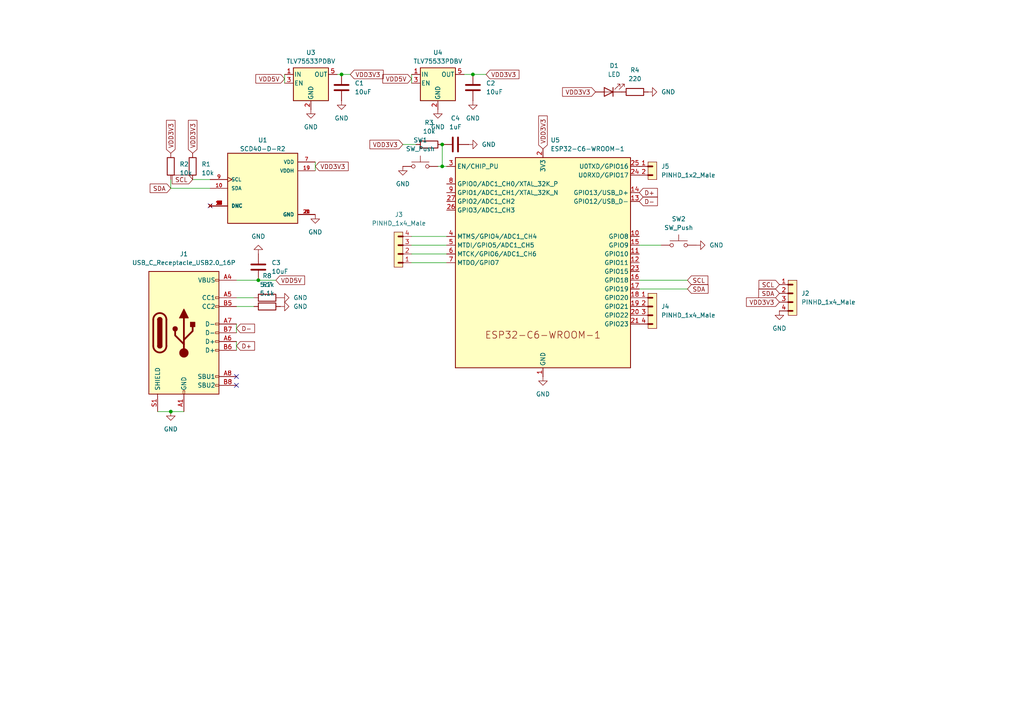
<source format=kicad_sch>
(kicad_sch
	(version 20231120)
	(generator "eeschema")
	(generator_version "8.0")
	(uuid "283c26f5-8802-4dd2-8af8-befa470051ed")
	(paper "A4")
	(lib_symbols
		(symbol "Connector:USB_C_Receptacle_USB2.0_16P"
			(pin_names
				(offset 1.016)
			)
			(exclude_from_sim no)
			(in_bom yes)
			(on_board yes)
			(property "Reference" "J"
				(at 0 22.225 0)
				(effects
					(font
						(size 1.27 1.27)
					)
				)
			)
			(property "Value" "USB_C_Receptacle_USB2.0_16P"
				(at 0 19.685 0)
				(effects
					(font
						(size 1.27 1.27)
					)
				)
			)
			(property "Footprint" ""
				(at 3.81 0 0)
				(effects
					(font
						(size 1.27 1.27)
					)
					(hide yes)
				)
			)
			(property "Datasheet" "https://www.usb.org/sites/default/files/documents/usb_type-c.zip"
				(at 3.81 0 0)
				(effects
					(font
						(size 1.27 1.27)
					)
					(hide yes)
				)
			)
			(property "Description" "USB 2.0-only 16P Type-C Receptacle connector"
				(at 0 0 0)
				(effects
					(font
						(size 1.27 1.27)
					)
					(hide yes)
				)
			)
			(property "ki_keywords" "usb universal serial bus type-C USB2.0"
				(at 0 0 0)
				(effects
					(font
						(size 1.27 1.27)
					)
					(hide yes)
				)
			)
			(property "ki_fp_filters" "USB*C*Receptacle*"
				(at 0 0 0)
				(effects
					(font
						(size 1.27 1.27)
					)
					(hide yes)
				)
			)
			(symbol "USB_C_Receptacle_USB2.0_16P_0_0"
				(rectangle
					(start -0.254 -17.78)
					(end 0.254 -16.764)
					(stroke
						(width 0)
						(type default)
					)
					(fill
						(type none)
					)
				)
				(rectangle
					(start 10.16 -14.986)
					(end 9.144 -15.494)
					(stroke
						(width 0)
						(type default)
					)
					(fill
						(type none)
					)
				)
				(rectangle
					(start 10.16 -12.446)
					(end 9.144 -12.954)
					(stroke
						(width 0)
						(type default)
					)
					(fill
						(type none)
					)
				)
				(rectangle
					(start 10.16 -4.826)
					(end 9.144 -5.334)
					(stroke
						(width 0)
						(type default)
					)
					(fill
						(type none)
					)
				)
				(rectangle
					(start 10.16 -2.286)
					(end 9.144 -2.794)
					(stroke
						(width 0)
						(type default)
					)
					(fill
						(type none)
					)
				)
				(rectangle
					(start 10.16 0.254)
					(end 9.144 -0.254)
					(stroke
						(width 0)
						(type default)
					)
					(fill
						(type none)
					)
				)
				(rectangle
					(start 10.16 2.794)
					(end 9.144 2.286)
					(stroke
						(width 0)
						(type default)
					)
					(fill
						(type none)
					)
				)
				(rectangle
					(start 10.16 7.874)
					(end 9.144 7.366)
					(stroke
						(width 0)
						(type default)
					)
					(fill
						(type none)
					)
				)
				(rectangle
					(start 10.16 10.414)
					(end 9.144 9.906)
					(stroke
						(width 0)
						(type default)
					)
					(fill
						(type none)
					)
				)
				(rectangle
					(start 10.16 15.494)
					(end 9.144 14.986)
					(stroke
						(width 0)
						(type default)
					)
					(fill
						(type none)
					)
				)
			)
			(symbol "USB_C_Receptacle_USB2.0_16P_0_1"
				(rectangle
					(start -10.16 17.78)
					(end 10.16 -17.78)
					(stroke
						(width 0.254)
						(type default)
					)
					(fill
						(type background)
					)
				)
				(arc
					(start -8.89 -3.81)
					(mid -6.985 -5.7067)
					(end -5.08 -3.81)
					(stroke
						(width 0.508)
						(type default)
					)
					(fill
						(type none)
					)
				)
				(arc
					(start -7.62 -3.81)
					(mid -6.985 -4.4423)
					(end -6.35 -3.81)
					(stroke
						(width 0.254)
						(type default)
					)
					(fill
						(type none)
					)
				)
				(arc
					(start -7.62 -3.81)
					(mid -6.985 -4.4423)
					(end -6.35 -3.81)
					(stroke
						(width 0.254)
						(type default)
					)
					(fill
						(type outline)
					)
				)
				(rectangle
					(start -7.62 -3.81)
					(end -6.35 3.81)
					(stroke
						(width 0.254)
						(type default)
					)
					(fill
						(type outline)
					)
				)
				(arc
					(start -6.35 3.81)
					(mid -6.985 4.4423)
					(end -7.62 3.81)
					(stroke
						(width 0.254)
						(type default)
					)
					(fill
						(type none)
					)
				)
				(arc
					(start -6.35 3.81)
					(mid -6.985 4.4423)
					(end -7.62 3.81)
					(stroke
						(width 0.254)
						(type default)
					)
					(fill
						(type outline)
					)
				)
				(arc
					(start -5.08 3.81)
					(mid -6.985 5.7067)
					(end -8.89 3.81)
					(stroke
						(width 0.508)
						(type default)
					)
					(fill
						(type none)
					)
				)
				(circle
					(center -2.54 1.143)
					(radius 0.635)
					(stroke
						(width 0.254)
						(type default)
					)
					(fill
						(type outline)
					)
				)
				(circle
					(center 0 -5.842)
					(radius 1.27)
					(stroke
						(width 0)
						(type default)
					)
					(fill
						(type outline)
					)
				)
				(polyline
					(pts
						(xy -8.89 -3.81) (xy -8.89 3.81)
					)
					(stroke
						(width 0.508)
						(type default)
					)
					(fill
						(type none)
					)
				)
				(polyline
					(pts
						(xy -5.08 3.81) (xy -5.08 -3.81)
					)
					(stroke
						(width 0.508)
						(type default)
					)
					(fill
						(type none)
					)
				)
				(polyline
					(pts
						(xy 0 -5.842) (xy 0 4.318)
					)
					(stroke
						(width 0.508)
						(type default)
					)
					(fill
						(type none)
					)
				)
				(polyline
					(pts
						(xy 0 -3.302) (xy -2.54 -0.762) (xy -2.54 0.508)
					)
					(stroke
						(width 0.508)
						(type default)
					)
					(fill
						(type none)
					)
				)
				(polyline
					(pts
						(xy 0 -2.032) (xy 2.54 0.508) (xy 2.54 1.778)
					)
					(stroke
						(width 0.508)
						(type default)
					)
					(fill
						(type none)
					)
				)
				(polyline
					(pts
						(xy -1.27 4.318) (xy 0 6.858) (xy 1.27 4.318) (xy -1.27 4.318)
					)
					(stroke
						(width 0.254)
						(type default)
					)
					(fill
						(type outline)
					)
				)
				(rectangle
					(start 1.905 1.778)
					(end 3.175 3.048)
					(stroke
						(width 0.254)
						(type default)
					)
					(fill
						(type outline)
					)
				)
			)
			(symbol "USB_C_Receptacle_USB2.0_16P_1_1"
				(pin passive line
					(at 0 -22.86 90)
					(length 5.08)
					(name "GND"
						(effects
							(font
								(size 1.27 1.27)
							)
						)
					)
					(number "A1"
						(effects
							(font
								(size 1.27 1.27)
							)
						)
					)
				)
				(pin passive line
					(at 0 -22.86 90)
					(length 5.08) hide
					(name "GND"
						(effects
							(font
								(size 1.27 1.27)
							)
						)
					)
					(number "A12"
						(effects
							(font
								(size 1.27 1.27)
							)
						)
					)
				)
				(pin passive line
					(at 15.24 15.24 180)
					(length 5.08)
					(name "VBUS"
						(effects
							(font
								(size 1.27 1.27)
							)
						)
					)
					(number "A4"
						(effects
							(font
								(size 1.27 1.27)
							)
						)
					)
				)
				(pin bidirectional line
					(at 15.24 10.16 180)
					(length 5.08)
					(name "CC1"
						(effects
							(font
								(size 1.27 1.27)
							)
						)
					)
					(number "A5"
						(effects
							(font
								(size 1.27 1.27)
							)
						)
					)
				)
				(pin bidirectional line
					(at 15.24 -2.54 180)
					(length 5.08)
					(name "D+"
						(effects
							(font
								(size 1.27 1.27)
							)
						)
					)
					(number "A6"
						(effects
							(font
								(size 1.27 1.27)
							)
						)
					)
				)
				(pin bidirectional line
					(at 15.24 2.54 180)
					(length 5.08)
					(name "D-"
						(effects
							(font
								(size 1.27 1.27)
							)
						)
					)
					(number "A7"
						(effects
							(font
								(size 1.27 1.27)
							)
						)
					)
				)
				(pin bidirectional line
					(at 15.24 -12.7 180)
					(length 5.08)
					(name "SBU1"
						(effects
							(font
								(size 1.27 1.27)
							)
						)
					)
					(number "A8"
						(effects
							(font
								(size 1.27 1.27)
							)
						)
					)
				)
				(pin passive line
					(at 15.24 15.24 180)
					(length 5.08) hide
					(name "VBUS"
						(effects
							(font
								(size 1.27 1.27)
							)
						)
					)
					(number "A9"
						(effects
							(font
								(size 1.27 1.27)
							)
						)
					)
				)
				(pin passive line
					(at 0 -22.86 90)
					(length 5.08) hide
					(name "GND"
						(effects
							(font
								(size 1.27 1.27)
							)
						)
					)
					(number "B1"
						(effects
							(font
								(size 1.27 1.27)
							)
						)
					)
				)
				(pin passive line
					(at 0 -22.86 90)
					(length 5.08) hide
					(name "GND"
						(effects
							(font
								(size 1.27 1.27)
							)
						)
					)
					(number "B12"
						(effects
							(font
								(size 1.27 1.27)
							)
						)
					)
				)
				(pin passive line
					(at 15.24 15.24 180)
					(length 5.08) hide
					(name "VBUS"
						(effects
							(font
								(size 1.27 1.27)
							)
						)
					)
					(number "B4"
						(effects
							(font
								(size 1.27 1.27)
							)
						)
					)
				)
				(pin bidirectional line
					(at 15.24 7.62 180)
					(length 5.08)
					(name "CC2"
						(effects
							(font
								(size 1.27 1.27)
							)
						)
					)
					(number "B5"
						(effects
							(font
								(size 1.27 1.27)
							)
						)
					)
				)
				(pin bidirectional line
					(at 15.24 -5.08 180)
					(length 5.08)
					(name "D+"
						(effects
							(font
								(size 1.27 1.27)
							)
						)
					)
					(number "B6"
						(effects
							(font
								(size 1.27 1.27)
							)
						)
					)
				)
				(pin bidirectional line
					(at 15.24 0 180)
					(length 5.08)
					(name "D-"
						(effects
							(font
								(size 1.27 1.27)
							)
						)
					)
					(number "B7"
						(effects
							(font
								(size 1.27 1.27)
							)
						)
					)
				)
				(pin bidirectional line
					(at 15.24 -15.24 180)
					(length 5.08)
					(name "SBU2"
						(effects
							(font
								(size 1.27 1.27)
							)
						)
					)
					(number "B8"
						(effects
							(font
								(size 1.27 1.27)
							)
						)
					)
				)
				(pin passive line
					(at 15.24 15.24 180)
					(length 5.08) hide
					(name "VBUS"
						(effects
							(font
								(size 1.27 1.27)
							)
						)
					)
					(number "B9"
						(effects
							(font
								(size 1.27 1.27)
							)
						)
					)
				)
				(pin passive line
					(at -7.62 -22.86 90)
					(length 5.08)
					(name "SHIELD"
						(effects
							(font
								(size 1.27 1.27)
							)
						)
					)
					(number "S1"
						(effects
							(font
								(size 1.27 1.27)
							)
						)
					)
				)
			)
		)
		(symbol "Device:C"
			(pin_numbers hide)
			(pin_names
				(offset 0.254)
			)
			(exclude_from_sim no)
			(in_bom yes)
			(on_board yes)
			(property "Reference" "C"
				(at 0.635 2.54 0)
				(effects
					(font
						(size 1.27 1.27)
					)
					(justify left)
				)
			)
			(property "Value" "C"
				(at 0.635 -2.54 0)
				(effects
					(font
						(size 1.27 1.27)
					)
					(justify left)
				)
			)
			(property "Footprint" ""
				(at 0.9652 -3.81 0)
				(effects
					(font
						(size 1.27 1.27)
					)
					(hide yes)
				)
			)
			(property "Datasheet" "~"
				(at 0 0 0)
				(effects
					(font
						(size 1.27 1.27)
					)
					(hide yes)
				)
			)
			(property "Description" "Unpolarized capacitor"
				(at 0 0 0)
				(effects
					(font
						(size 1.27 1.27)
					)
					(hide yes)
				)
			)
			(property "ki_keywords" "cap capacitor"
				(at 0 0 0)
				(effects
					(font
						(size 1.27 1.27)
					)
					(hide yes)
				)
			)
			(property "ki_fp_filters" "C_*"
				(at 0 0 0)
				(effects
					(font
						(size 1.27 1.27)
					)
					(hide yes)
				)
			)
			(symbol "C_0_1"
				(polyline
					(pts
						(xy -2.032 -0.762) (xy 2.032 -0.762)
					)
					(stroke
						(width 0.508)
						(type default)
					)
					(fill
						(type none)
					)
				)
				(polyline
					(pts
						(xy -2.032 0.762) (xy 2.032 0.762)
					)
					(stroke
						(width 0.508)
						(type default)
					)
					(fill
						(type none)
					)
				)
			)
			(symbol "C_1_1"
				(pin passive line
					(at 0 3.81 270)
					(length 2.794)
					(name "~"
						(effects
							(font
								(size 1.27 1.27)
							)
						)
					)
					(number "1"
						(effects
							(font
								(size 1.27 1.27)
							)
						)
					)
				)
				(pin passive line
					(at 0 -3.81 90)
					(length 2.794)
					(name "~"
						(effects
							(font
								(size 1.27 1.27)
							)
						)
					)
					(number "2"
						(effects
							(font
								(size 1.27 1.27)
							)
						)
					)
				)
			)
		)
		(symbol "Device:LED"
			(pin_numbers hide)
			(pin_names
				(offset 1.016) hide)
			(exclude_from_sim no)
			(in_bom yes)
			(on_board yes)
			(property "Reference" "D"
				(at 0 2.54 0)
				(effects
					(font
						(size 1.27 1.27)
					)
				)
			)
			(property "Value" "LED"
				(at 0 -2.54 0)
				(effects
					(font
						(size 1.27 1.27)
					)
				)
			)
			(property "Footprint" ""
				(at 0 0 0)
				(effects
					(font
						(size 1.27 1.27)
					)
					(hide yes)
				)
			)
			(property "Datasheet" "~"
				(at 0 0 0)
				(effects
					(font
						(size 1.27 1.27)
					)
					(hide yes)
				)
			)
			(property "Description" "Light emitting diode"
				(at 0 0 0)
				(effects
					(font
						(size 1.27 1.27)
					)
					(hide yes)
				)
			)
			(property "ki_keywords" "LED diode"
				(at 0 0 0)
				(effects
					(font
						(size 1.27 1.27)
					)
					(hide yes)
				)
			)
			(property "ki_fp_filters" "LED* LED_SMD:* LED_THT:*"
				(at 0 0 0)
				(effects
					(font
						(size 1.27 1.27)
					)
					(hide yes)
				)
			)
			(symbol "LED_0_1"
				(polyline
					(pts
						(xy -1.27 -1.27) (xy -1.27 1.27)
					)
					(stroke
						(width 0.254)
						(type default)
					)
					(fill
						(type none)
					)
				)
				(polyline
					(pts
						(xy -1.27 0) (xy 1.27 0)
					)
					(stroke
						(width 0)
						(type default)
					)
					(fill
						(type none)
					)
				)
				(polyline
					(pts
						(xy 1.27 -1.27) (xy 1.27 1.27) (xy -1.27 0) (xy 1.27 -1.27)
					)
					(stroke
						(width 0.254)
						(type default)
					)
					(fill
						(type none)
					)
				)
				(polyline
					(pts
						(xy -3.048 -0.762) (xy -4.572 -2.286) (xy -3.81 -2.286) (xy -4.572 -2.286) (xy -4.572 -1.524)
					)
					(stroke
						(width 0)
						(type default)
					)
					(fill
						(type none)
					)
				)
				(polyline
					(pts
						(xy -1.778 -0.762) (xy -3.302 -2.286) (xy -2.54 -2.286) (xy -3.302 -2.286) (xy -3.302 -1.524)
					)
					(stroke
						(width 0)
						(type default)
					)
					(fill
						(type none)
					)
				)
			)
			(symbol "LED_1_1"
				(pin passive line
					(at -3.81 0 0)
					(length 2.54)
					(name "K"
						(effects
							(font
								(size 1.27 1.27)
							)
						)
					)
					(number "1"
						(effects
							(font
								(size 1.27 1.27)
							)
						)
					)
				)
				(pin passive line
					(at 3.81 0 180)
					(length 2.54)
					(name "A"
						(effects
							(font
								(size 1.27 1.27)
							)
						)
					)
					(number "2"
						(effects
							(font
								(size 1.27 1.27)
							)
						)
					)
				)
			)
		)
		(symbol "Device:R"
			(pin_numbers hide)
			(pin_names
				(offset 0)
			)
			(exclude_from_sim no)
			(in_bom yes)
			(on_board yes)
			(property "Reference" "R"
				(at 2.032 0 90)
				(effects
					(font
						(size 1.27 1.27)
					)
				)
			)
			(property "Value" "R"
				(at 0 0 90)
				(effects
					(font
						(size 1.27 1.27)
					)
				)
			)
			(property "Footprint" ""
				(at -1.778 0 90)
				(effects
					(font
						(size 1.27 1.27)
					)
					(hide yes)
				)
			)
			(property "Datasheet" "~"
				(at 0 0 0)
				(effects
					(font
						(size 1.27 1.27)
					)
					(hide yes)
				)
			)
			(property "Description" "Resistor"
				(at 0 0 0)
				(effects
					(font
						(size 1.27 1.27)
					)
					(hide yes)
				)
			)
			(property "ki_keywords" "R res resistor"
				(at 0 0 0)
				(effects
					(font
						(size 1.27 1.27)
					)
					(hide yes)
				)
			)
			(property "ki_fp_filters" "R_*"
				(at 0 0 0)
				(effects
					(font
						(size 1.27 1.27)
					)
					(hide yes)
				)
			)
			(symbol "R_0_1"
				(rectangle
					(start -1.016 -2.54)
					(end 1.016 2.54)
					(stroke
						(width 0.254)
						(type default)
					)
					(fill
						(type none)
					)
				)
			)
			(symbol "R_1_1"
				(pin passive line
					(at 0 3.81 270)
					(length 1.27)
					(name "~"
						(effects
							(font
								(size 1.27 1.27)
							)
						)
					)
					(number "1"
						(effects
							(font
								(size 1.27 1.27)
							)
						)
					)
				)
				(pin passive line
					(at 0 -3.81 90)
					(length 1.27)
					(name "~"
						(effects
							(font
								(size 1.27 1.27)
							)
						)
					)
					(number "2"
						(effects
							(font
								(size 1.27 1.27)
							)
						)
					)
				)
			)
		)
		(symbol "Espressif:ESP32-C6-WROOM-1"
			(exclude_from_sim no)
			(in_bom yes)
			(on_board yes)
			(property "Reference" "U"
				(at -25.4 35.56 0)
				(effects
					(font
						(size 1.27 1.27)
					)
					(justify left)
				)
			)
			(property "Value" "ESP32-C6-WROOM-1"
				(at -25.4 33.02 0)
				(effects
					(font
						(size 1.27 1.27)
					)
					(justify left)
				)
			)
			(property "Footprint" "PCM_Espressif:ESP32-C6-WROOM-1"
				(at 0 -45.085 0)
				(effects
					(font
						(size 1.27 1.27)
					)
					(hide yes)
				)
			)
			(property "Datasheet" "https://www.espressif.com/sites/default/files/documentation/esp32-c6-wroom-1_wroom-1u_datasheet_en.pdf"
				(at 0 -48.26 0)
				(effects
					(font
						(size 1.27 1.27)
					)
					(hide yes)
				)
			)
			(property "Description" "ESP32-C6-WROOM-1/U is a module that supports 2.4 GHz Wi-Fi 6 (802.11 ax), Bluetooth® 5 (LE), Zigbee and Thread (802.15.4)"
				(at 0 0 0)
				(effects
					(font
						(size 1.27 1.27)
					)
					(hide yes)
				)
			)
			(property "ki_keywords" "esp32-c6 esp32-c6-wroom-1 esp32-c6-wroom-1u"
				(at 0 0 0)
				(effects
					(font
						(size 1.27 1.27)
					)
					(hide yes)
				)
			)
			(property "ki_fp_filters" "ESP32-C6-WROOM-1*"
				(at 0 0 0)
				(effects
					(font
						(size 1.27 1.27)
					)
					(hide yes)
				)
			)
			(symbol "ESP32-C6-WROOM-1_0_0"
				(text "ESP32-C6-WROOM-1"
					(at 0 -20.955 0)
					(effects
						(font
							(size 2 2)
						)
					)
				)
			)
			(symbol "ESP32-C6-WROOM-1_0_1"
				(rectangle
					(start -25.4 30.48)
					(end 25.4 -30.48)
					(stroke
						(width 0.254)
						(type default)
					)
					(fill
						(type background)
					)
				)
			)
			(symbol "ESP32-C6-WROOM-1_1_1"
				(pin power_in line
					(at 0 -33.02 90)
					(length 2.54)
					(name "GND"
						(effects
							(font
								(size 1.27 1.27)
							)
						)
					)
					(number "1"
						(effects
							(font
								(size 1.27 1.27)
							)
						)
					)
				)
				(pin bidirectional line
					(at 27.94 7.62 180)
					(length 2.54)
					(name "GPIO8"
						(effects
							(font
								(size 1.27 1.27)
							)
						)
					)
					(number "10"
						(effects
							(font
								(size 1.27 1.27)
							)
						)
					)
				)
				(pin bidirectional line
					(at 27.94 2.54 180)
					(length 2.54)
					(name "GPIO10"
						(effects
							(font
								(size 1.27 1.27)
							)
						)
					)
					(number "11"
						(effects
							(font
								(size 1.27 1.27)
							)
						)
					)
				)
				(pin bidirectional line
					(at 27.94 0 180)
					(length 2.54)
					(name "GPIO11"
						(effects
							(font
								(size 1.27 1.27)
							)
						)
					)
					(number "12"
						(effects
							(font
								(size 1.27 1.27)
							)
						)
					)
				)
				(pin bidirectional line
					(at 27.94 17.78 180)
					(length 2.54)
					(name "GPIO12/USB_D-"
						(effects
							(font
								(size 1.27 1.27)
							)
						)
					)
					(number "13"
						(effects
							(font
								(size 1.27 1.27)
							)
						)
					)
				)
				(pin bidirectional line
					(at 27.94 20.32 180)
					(length 2.54)
					(name "GPIO13/USB_D+"
						(effects
							(font
								(size 1.27 1.27)
							)
						)
					)
					(number "14"
						(effects
							(font
								(size 1.27 1.27)
							)
						)
					)
				)
				(pin bidirectional line
					(at 27.94 5.08 180)
					(length 2.54)
					(name "GPIO9"
						(effects
							(font
								(size 1.27 1.27)
							)
						)
					)
					(number "15"
						(effects
							(font
								(size 1.27 1.27)
							)
						)
					)
				)
				(pin bidirectional line
					(at 27.94 -5.08 180)
					(length 2.54)
					(name "GPIO18"
						(effects
							(font
								(size 1.27 1.27)
							)
						)
					)
					(number "16"
						(effects
							(font
								(size 1.27 1.27)
							)
						)
					)
				)
				(pin bidirectional line
					(at 27.94 -7.62 180)
					(length 2.54)
					(name "GPIO19"
						(effects
							(font
								(size 1.27 1.27)
							)
						)
					)
					(number "17"
						(effects
							(font
								(size 1.27 1.27)
							)
						)
					)
				)
				(pin bidirectional line
					(at 27.94 -10.16 180)
					(length 2.54)
					(name "GPIO20"
						(effects
							(font
								(size 1.27 1.27)
							)
						)
					)
					(number "18"
						(effects
							(font
								(size 1.27 1.27)
							)
						)
					)
				)
				(pin bidirectional line
					(at 27.94 -12.7 180)
					(length 2.54)
					(name "GPIO21"
						(effects
							(font
								(size 1.27 1.27)
							)
						)
					)
					(number "19"
						(effects
							(font
								(size 1.27 1.27)
							)
						)
					)
				)
				(pin power_in line
					(at 0 33.02 270)
					(length 2.54)
					(name "3V3"
						(effects
							(font
								(size 1.27 1.27)
							)
						)
					)
					(number "2"
						(effects
							(font
								(size 1.27 1.27)
							)
						)
					)
				)
				(pin bidirectional line
					(at 27.94 -15.24 180)
					(length 2.54)
					(name "GPIO22"
						(effects
							(font
								(size 1.27 1.27)
							)
						)
					)
					(number "20"
						(effects
							(font
								(size 1.27 1.27)
							)
						)
					)
				)
				(pin bidirectional line
					(at 27.94 -17.78 180)
					(length 2.54)
					(name "GPIO23"
						(effects
							(font
								(size 1.27 1.27)
							)
						)
					)
					(number "21"
						(effects
							(font
								(size 1.27 1.27)
							)
						)
					)
				)
				(pin no_connect line
					(at -25.4 -12.7 0)
					(length 2.54) hide
					(name "NC"
						(effects
							(font
								(size 1.27 1.27)
							)
						)
					)
					(number "22"
						(effects
							(font
								(size 1.27 1.27)
							)
						)
					)
				)
				(pin bidirectional line
					(at 27.94 -2.54 180)
					(length 2.54)
					(name "GPIO15"
						(effects
							(font
								(size 1.27 1.27)
							)
						)
					)
					(number "23"
						(effects
							(font
								(size 1.27 1.27)
							)
						)
					)
				)
				(pin bidirectional line
					(at 27.94 25.4 180)
					(length 2.54)
					(name "U0RXD/GPIO17"
						(effects
							(font
								(size 1.27 1.27)
							)
						)
					)
					(number "24"
						(effects
							(font
								(size 1.27 1.27)
							)
						)
					)
				)
				(pin bidirectional line
					(at 27.94 27.94 180)
					(length 2.54)
					(name "U0TXD/GPIO16"
						(effects
							(font
								(size 1.27 1.27)
							)
						)
					)
					(number "25"
						(effects
							(font
								(size 1.27 1.27)
							)
						)
					)
				)
				(pin bidirectional line
					(at -27.94 15.24 0)
					(length 2.54)
					(name "GPIO3/ADC1_CH3"
						(effects
							(font
								(size 1.27 1.27)
							)
						)
					)
					(number "26"
						(effects
							(font
								(size 1.27 1.27)
							)
						)
					)
				)
				(pin bidirectional line
					(at -27.94 17.78 0)
					(length 2.54)
					(name "GPIO2/ADC1_CH2"
						(effects
							(font
								(size 1.27 1.27)
							)
						)
					)
					(number "27"
						(effects
							(font
								(size 1.27 1.27)
							)
						)
					)
				)
				(pin passive line
					(at 0 -33.02 90)
					(length 2.54) hide
					(name "GND"
						(effects
							(font
								(size 1.27 1.27)
							)
						)
					)
					(number "28"
						(effects
							(font
								(size 1.27 1.27)
							)
						)
					)
				)
				(pin passive line
					(at 0 -33.02 90)
					(length 2.54) hide
					(name "GND"
						(effects
							(font
								(size 1.27 1.27)
							)
						)
					)
					(number "29"
						(effects
							(font
								(size 1.27 1.27)
							)
						)
					)
				)
				(pin input line
					(at -27.94 27.94 0)
					(length 2.54)
					(name "EN/CHIP_PU"
						(effects
							(font
								(size 1.27 1.27)
							)
						)
					)
					(number "3"
						(effects
							(font
								(size 1.27 1.27)
							)
						)
					)
				)
				(pin bidirectional line
					(at -27.94 7.62 0)
					(length 2.54)
					(name "MTMS/GPIO4/ADC1_CH4"
						(effects
							(font
								(size 1.27 1.27)
							)
						)
					)
					(number "4"
						(effects
							(font
								(size 1.27 1.27)
							)
						)
					)
				)
				(pin bidirectional line
					(at -27.94 5.08 0)
					(length 2.54)
					(name "MTDI/GPIO5/ADC1_CH5"
						(effects
							(font
								(size 1.27 1.27)
							)
						)
					)
					(number "5"
						(effects
							(font
								(size 1.27 1.27)
							)
						)
					)
				)
				(pin bidirectional line
					(at -27.94 2.54 0)
					(length 2.54)
					(name "MTCK/GPIO6/ADC1_CH6"
						(effects
							(font
								(size 1.27 1.27)
							)
						)
					)
					(number "6"
						(effects
							(font
								(size 1.27 1.27)
							)
						)
					)
				)
				(pin bidirectional line
					(at -27.94 0 0)
					(length 2.54)
					(name "MTDO/GPIO7"
						(effects
							(font
								(size 1.27 1.27)
							)
						)
					)
					(number "7"
						(effects
							(font
								(size 1.27 1.27)
							)
						)
					)
				)
				(pin bidirectional line
					(at -27.94 22.86 0)
					(length 2.54)
					(name "GPIO0/ADC1_CH0/XTAL_32K_P"
						(effects
							(font
								(size 1.27 1.27)
							)
						)
					)
					(number "8"
						(effects
							(font
								(size 1.27 1.27)
							)
						)
					)
				)
				(pin bidirectional line
					(at -27.94 20.32 0)
					(length 2.54)
					(name "GPIO1/ADC1_CH1/XTAL_32K_N"
						(effects
							(font
								(size 1.27 1.27)
							)
						)
					)
					(number "9"
						(effects
							(font
								(size 1.27 1.27)
							)
						)
					)
				)
			)
		)
		(symbol "GND_1"
			(power)
			(pin_numbers hide)
			(pin_names
				(offset 0) hide)
			(exclude_from_sim no)
			(in_bom yes)
			(on_board yes)
			(property "Reference" "#PWR"
				(at 0 -6.35 0)
				(effects
					(font
						(size 1.27 1.27)
					)
					(hide yes)
				)
			)
			(property "Value" "GND"
				(at 0 -3.81 0)
				(effects
					(font
						(size 1.27 1.27)
					)
				)
			)
			(property "Footprint" ""
				(at 0 0 0)
				(effects
					(font
						(size 1.27 1.27)
					)
					(hide yes)
				)
			)
			(property "Datasheet" ""
				(at 0 0 0)
				(effects
					(font
						(size 1.27 1.27)
					)
					(hide yes)
				)
			)
			(property "Description" "Power symbol creates a global label with name \"GND\" , ground"
				(at 0 0 0)
				(effects
					(font
						(size 1.27 1.27)
					)
					(hide yes)
				)
			)
			(property "ki_keywords" "global power"
				(at 0 0 0)
				(effects
					(font
						(size 1.27 1.27)
					)
					(hide yes)
				)
			)
			(symbol "GND_1_0_1"
				(polyline
					(pts
						(xy 0 0) (xy 0 -1.27) (xy 1.27 -1.27) (xy 0 -2.54) (xy -1.27 -1.27) (xy 0 -1.27)
					)
					(stroke
						(width 0)
						(type default)
					)
					(fill
						(type none)
					)
				)
			)
			(symbol "GND_1_1_1"
				(pin power_in line
					(at 0 0 270)
					(length 0)
					(name "~"
						(effects
							(font
								(size 1.27 1.27)
							)
						)
					)
					(number "1"
						(effects
							(font
								(size 1.27 1.27)
							)
						)
					)
				)
			)
		)
		(symbol "GND_2"
			(power)
			(pin_numbers hide)
			(pin_names
				(offset 0) hide)
			(exclude_from_sim no)
			(in_bom yes)
			(on_board yes)
			(property "Reference" "#PWR"
				(at 0 -6.35 0)
				(effects
					(font
						(size 1.27 1.27)
					)
					(hide yes)
				)
			)
			(property "Value" "GND"
				(at 0 -3.81 0)
				(effects
					(font
						(size 1.27 1.27)
					)
				)
			)
			(property "Footprint" ""
				(at 0 0 0)
				(effects
					(font
						(size 1.27 1.27)
					)
					(hide yes)
				)
			)
			(property "Datasheet" ""
				(at 0 0 0)
				(effects
					(font
						(size 1.27 1.27)
					)
					(hide yes)
				)
			)
			(property "Description" "Power symbol creates a global label with name \"GND\" , ground"
				(at 0 0 0)
				(effects
					(font
						(size 1.27 1.27)
					)
					(hide yes)
				)
			)
			(property "ki_keywords" "global power"
				(at 0 0 0)
				(effects
					(font
						(size 1.27 1.27)
					)
					(hide yes)
				)
			)
			(symbol "GND_2_0_1"
				(polyline
					(pts
						(xy 0 0) (xy 0 -1.27) (xy 1.27 -1.27) (xy 0 -2.54) (xy -1.27 -1.27) (xy 0 -1.27)
					)
					(stroke
						(width 0)
						(type default)
					)
					(fill
						(type none)
					)
				)
			)
			(symbol "GND_2_1_1"
				(pin power_in line
					(at 0 0 270)
					(length 0)
					(name "~"
						(effects
							(font
								(size 1.27 1.27)
							)
						)
					)
					(number "1"
						(effects
							(font
								(size 1.27 1.27)
							)
						)
					)
				)
			)
		)
		(symbol "GND_3"
			(power)
			(pin_numbers hide)
			(pin_names
				(offset 0) hide)
			(exclude_from_sim no)
			(in_bom yes)
			(on_board yes)
			(property "Reference" "#PWR"
				(at 0 -6.35 0)
				(effects
					(font
						(size 1.27 1.27)
					)
					(hide yes)
				)
			)
			(property "Value" "GND"
				(at 0 -3.81 0)
				(effects
					(font
						(size 1.27 1.27)
					)
				)
			)
			(property "Footprint" ""
				(at 0 0 0)
				(effects
					(font
						(size 1.27 1.27)
					)
					(hide yes)
				)
			)
			(property "Datasheet" ""
				(at 0 0 0)
				(effects
					(font
						(size 1.27 1.27)
					)
					(hide yes)
				)
			)
			(property "Description" "Power symbol creates a global label with name \"GND\" , ground"
				(at 0 0 0)
				(effects
					(font
						(size 1.27 1.27)
					)
					(hide yes)
				)
			)
			(property "ki_keywords" "global power"
				(at 0 0 0)
				(effects
					(font
						(size 1.27 1.27)
					)
					(hide yes)
				)
			)
			(symbol "GND_3_0_1"
				(polyline
					(pts
						(xy 0 0) (xy 0 -1.27) (xy 1.27 -1.27) (xy 0 -2.54) (xy -1.27 -1.27) (xy 0 -1.27)
					)
					(stroke
						(width 0)
						(type default)
					)
					(fill
						(type none)
					)
				)
			)
			(symbol "GND_3_1_1"
				(pin power_in line
					(at 0 0 270)
					(length 0)
					(name "~"
						(effects
							(font
								(size 1.27 1.27)
							)
						)
					)
					(number "1"
						(effects
							(font
								(size 1.27 1.27)
							)
						)
					)
				)
			)
		)
		(symbol "GND_4"
			(power)
			(pin_numbers hide)
			(pin_names
				(offset 0) hide)
			(exclude_from_sim no)
			(in_bom yes)
			(on_board yes)
			(property "Reference" "#PWR"
				(at 0 -6.35 0)
				(effects
					(font
						(size 1.27 1.27)
					)
					(hide yes)
				)
			)
			(property "Value" "GND"
				(at 0 -3.81 0)
				(effects
					(font
						(size 1.27 1.27)
					)
				)
			)
			(property "Footprint" ""
				(at 0 0 0)
				(effects
					(font
						(size 1.27 1.27)
					)
					(hide yes)
				)
			)
			(property "Datasheet" ""
				(at 0 0 0)
				(effects
					(font
						(size 1.27 1.27)
					)
					(hide yes)
				)
			)
			(property "Description" "Power symbol creates a global label with name \"GND\" , ground"
				(at 0 0 0)
				(effects
					(font
						(size 1.27 1.27)
					)
					(hide yes)
				)
			)
			(property "ki_keywords" "global power"
				(at 0 0 0)
				(effects
					(font
						(size 1.27 1.27)
					)
					(hide yes)
				)
			)
			(symbol "GND_4_0_1"
				(polyline
					(pts
						(xy 0 0) (xy 0 -1.27) (xy 1.27 -1.27) (xy 0 -2.54) (xy -1.27 -1.27) (xy 0 -1.27)
					)
					(stroke
						(width 0)
						(type default)
					)
					(fill
						(type none)
					)
				)
			)
			(symbol "GND_4_1_1"
				(pin power_in line
					(at 0 0 270)
					(length 0)
					(name "~"
						(effects
							(font
								(size 1.27 1.27)
							)
						)
					)
					(number "1"
						(effects
							(font
								(size 1.27 1.27)
							)
						)
					)
				)
			)
		)
		(symbol "GND_5"
			(power)
			(pin_numbers hide)
			(pin_names
				(offset 0) hide)
			(exclude_from_sim no)
			(in_bom yes)
			(on_board yes)
			(property "Reference" "#PWR"
				(at 0 -6.35 0)
				(effects
					(font
						(size 1.27 1.27)
					)
					(hide yes)
				)
			)
			(property "Value" "GND"
				(at 0 -3.81 0)
				(effects
					(font
						(size 1.27 1.27)
					)
				)
			)
			(property "Footprint" ""
				(at 0 0 0)
				(effects
					(font
						(size 1.27 1.27)
					)
					(hide yes)
				)
			)
			(property "Datasheet" ""
				(at 0 0 0)
				(effects
					(font
						(size 1.27 1.27)
					)
					(hide yes)
				)
			)
			(property "Description" "Power symbol creates a global label with name \"GND\" , ground"
				(at 0 0 0)
				(effects
					(font
						(size 1.27 1.27)
					)
					(hide yes)
				)
			)
			(property "ki_keywords" "global power"
				(at 0 0 0)
				(effects
					(font
						(size 1.27 1.27)
					)
					(hide yes)
				)
			)
			(symbol "GND_5_0_1"
				(polyline
					(pts
						(xy 0 0) (xy 0 -1.27) (xy 1.27 -1.27) (xy 0 -2.54) (xy -1.27 -1.27) (xy 0 -1.27)
					)
					(stroke
						(width 0)
						(type default)
					)
					(fill
						(type none)
					)
				)
			)
			(symbol "GND_5_1_1"
				(pin power_in line
					(at 0 0 270)
					(length 0)
					(name "~"
						(effects
							(font
								(size 1.27 1.27)
							)
						)
					)
					(number "1"
						(effects
							(font
								(size 1.27 1.27)
							)
						)
					)
				)
			)
		)
		(symbol "GND_6"
			(power)
			(pin_numbers hide)
			(pin_names
				(offset 0) hide)
			(exclude_from_sim no)
			(in_bom yes)
			(on_board yes)
			(property "Reference" "#PWR"
				(at 0 -6.35 0)
				(effects
					(font
						(size 1.27 1.27)
					)
					(hide yes)
				)
			)
			(property "Value" "GND"
				(at 0 -3.81 0)
				(effects
					(font
						(size 1.27 1.27)
					)
				)
			)
			(property "Footprint" ""
				(at 0 0 0)
				(effects
					(font
						(size 1.27 1.27)
					)
					(hide yes)
				)
			)
			(property "Datasheet" ""
				(at 0 0 0)
				(effects
					(font
						(size 1.27 1.27)
					)
					(hide yes)
				)
			)
			(property "Description" "Power symbol creates a global label with name \"GND\" , ground"
				(at 0 0 0)
				(effects
					(font
						(size 1.27 1.27)
					)
					(hide yes)
				)
			)
			(property "ki_keywords" "global power"
				(at 0 0 0)
				(effects
					(font
						(size 1.27 1.27)
					)
					(hide yes)
				)
			)
			(symbol "GND_6_0_1"
				(polyline
					(pts
						(xy 0 0) (xy 0 -1.27) (xy 1.27 -1.27) (xy 0 -2.54) (xy -1.27 -1.27) (xy 0 -1.27)
					)
					(stroke
						(width 0)
						(type default)
					)
					(fill
						(type none)
					)
				)
			)
			(symbol "GND_6_1_1"
				(pin power_in line
					(at 0 0 270)
					(length 0)
					(name "~"
						(effects
							(font
								(size 1.27 1.27)
							)
						)
					)
					(number "1"
						(effects
							(font
								(size 1.27 1.27)
							)
						)
					)
				)
			)
		)
		(symbol "GND_7"
			(power)
			(pin_numbers hide)
			(pin_names
				(offset 0) hide)
			(exclude_from_sim no)
			(in_bom yes)
			(on_board yes)
			(property "Reference" "#PWR"
				(at 0 -6.35 0)
				(effects
					(font
						(size 1.27 1.27)
					)
					(hide yes)
				)
			)
			(property "Value" "GND"
				(at 0 -3.81 0)
				(effects
					(font
						(size 1.27 1.27)
					)
				)
			)
			(property "Footprint" ""
				(at 0 0 0)
				(effects
					(font
						(size 1.27 1.27)
					)
					(hide yes)
				)
			)
			(property "Datasheet" ""
				(at 0 0 0)
				(effects
					(font
						(size 1.27 1.27)
					)
					(hide yes)
				)
			)
			(property "Description" "Power symbol creates a global label with name \"GND\" , ground"
				(at 0 0 0)
				(effects
					(font
						(size 1.27 1.27)
					)
					(hide yes)
				)
			)
			(property "ki_keywords" "global power"
				(at 0 0 0)
				(effects
					(font
						(size 1.27 1.27)
					)
					(hide yes)
				)
			)
			(symbol "GND_7_0_1"
				(polyline
					(pts
						(xy 0 0) (xy 0 -1.27) (xy 1.27 -1.27) (xy 0 -2.54) (xy -1.27 -1.27) (xy 0 -1.27)
					)
					(stroke
						(width 0)
						(type default)
					)
					(fill
						(type none)
					)
				)
			)
			(symbol "GND_7_1_1"
				(pin power_in line
					(at 0 0 270)
					(length 0)
					(name "~"
						(effects
							(font
								(size 1.27 1.27)
							)
						)
					)
					(number "1"
						(effects
							(font
								(size 1.27 1.27)
							)
						)
					)
				)
			)
		)
		(symbol "GND_8"
			(power)
			(pin_numbers hide)
			(pin_names
				(offset 0) hide)
			(exclude_from_sim no)
			(in_bom yes)
			(on_board yes)
			(property "Reference" "#PWR"
				(at 0 -6.35 0)
				(effects
					(font
						(size 1.27 1.27)
					)
					(hide yes)
				)
			)
			(property "Value" "GND"
				(at 0 -3.81 0)
				(effects
					(font
						(size 1.27 1.27)
					)
				)
			)
			(property "Footprint" ""
				(at 0 0 0)
				(effects
					(font
						(size 1.27 1.27)
					)
					(hide yes)
				)
			)
			(property "Datasheet" ""
				(at 0 0 0)
				(effects
					(font
						(size 1.27 1.27)
					)
					(hide yes)
				)
			)
			(property "Description" "Power symbol creates a global label with name \"GND\" , ground"
				(at 0 0 0)
				(effects
					(font
						(size 1.27 1.27)
					)
					(hide yes)
				)
			)
			(property "ki_keywords" "global power"
				(at 0 0 0)
				(effects
					(font
						(size 1.27 1.27)
					)
					(hide yes)
				)
			)
			(symbol "GND_8_0_1"
				(polyline
					(pts
						(xy 0 0) (xy 0 -1.27) (xy 1.27 -1.27) (xy 0 -2.54) (xy -1.27 -1.27) (xy 0 -1.27)
					)
					(stroke
						(width 0)
						(type default)
					)
					(fill
						(type none)
					)
				)
			)
			(symbol "GND_8_1_1"
				(pin power_in line
					(at 0 0 270)
					(length 0)
					(name "~"
						(effects
							(font
								(size 1.27 1.27)
							)
						)
					)
					(number "1"
						(effects
							(font
								(size 1.27 1.27)
							)
						)
					)
				)
			)
		)
		(symbol "GND_9"
			(power)
			(pin_numbers hide)
			(pin_names
				(offset 0) hide)
			(exclude_from_sim no)
			(in_bom yes)
			(on_board yes)
			(property "Reference" "#PWR"
				(at 0 -6.35 0)
				(effects
					(font
						(size 1.27 1.27)
					)
					(hide yes)
				)
			)
			(property "Value" "GND"
				(at 0 -3.81 0)
				(effects
					(font
						(size 1.27 1.27)
					)
				)
			)
			(property "Footprint" ""
				(at 0 0 0)
				(effects
					(font
						(size 1.27 1.27)
					)
					(hide yes)
				)
			)
			(property "Datasheet" ""
				(at 0 0 0)
				(effects
					(font
						(size 1.27 1.27)
					)
					(hide yes)
				)
			)
			(property "Description" "Power symbol creates a global label with name \"GND\" , ground"
				(at 0 0 0)
				(effects
					(font
						(size 1.27 1.27)
					)
					(hide yes)
				)
			)
			(property "ki_keywords" "global power"
				(at 0 0 0)
				(effects
					(font
						(size 1.27 1.27)
					)
					(hide yes)
				)
			)
			(symbol "GND_9_0_1"
				(polyline
					(pts
						(xy 0 0) (xy 0 -1.27) (xy 1.27 -1.27) (xy 0 -2.54) (xy -1.27 -1.27) (xy 0 -1.27)
					)
					(stroke
						(width 0)
						(type default)
					)
					(fill
						(type none)
					)
				)
			)
			(symbol "GND_9_1_1"
				(pin power_in line
					(at 0 0 270)
					(length 0)
					(name "~"
						(effects
							(font
								(size 1.27 1.27)
							)
						)
					)
					(number "1"
						(effects
							(font
								(size 1.27 1.27)
							)
						)
					)
				)
			)
		)
		(symbol "PCM_SL_Pin_Headers:PINHD_1x2_Male"
			(exclude_from_sim no)
			(in_bom yes)
			(on_board yes)
			(property "Reference" "J"
				(at 0 6.35 0)
				(effects
					(font
						(size 1.27 1.27)
					)
				)
			)
			(property "Value" "PINHD_1x2_Male"
				(at 0 3.81 0)
				(effects
					(font
						(size 1.27 1.27)
					)
				)
			)
			(property "Footprint" "Connector_PinHeader_2.54mm:PinHeader_1x02_P2.54mm_Vertical"
				(at 1.27 -3.81 0)
				(effects
					(font
						(size 1.27 1.27)
					)
					(hide yes)
				)
			)
			(property "Datasheet" ""
				(at 0 7.62 0)
				(effects
					(font
						(size 1.27 1.27)
					)
					(hide yes)
				)
			)
			(property "Description" "Pin Header male with pin space 2.54mm. Pin Count -2"
				(at 0 0 0)
				(effects
					(font
						(size 1.27 1.27)
					)
					(hide yes)
				)
			)
			(property "ki_keywords" "Pin Header"
				(at 0 0 0)
				(effects
					(font
						(size 1.27 1.27)
					)
					(hide yes)
				)
			)
			(property "ki_fp_filters" "PinHeader_1x02_P2.54mm*"
				(at 0 0 0)
				(effects
					(font
						(size 1.27 1.27)
					)
					(hide yes)
				)
			)
			(symbol "PINHD_1x2_Male_0_1"
				(rectangle
					(start -1.27 2.54)
					(end 1.27 -2.54)
					(stroke
						(width 0)
						(type default)
					)
					(fill
						(type background)
					)
				)
				(polyline
					(pts
						(xy -1.27 -1.27) (xy 0 -1.27)
					)
					(stroke
						(width 0.3)
						(type default)
					)
					(fill
						(type none)
					)
				)
				(polyline
					(pts
						(xy -1.27 -1.27) (xy 0 -1.27)
					)
					(stroke
						(width 0.5)
						(type default)
					)
					(fill
						(type none)
					)
				)
				(polyline
					(pts
						(xy -1.27 1.27) (xy 0 1.27)
					)
					(stroke
						(width 0.3)
						(type default)
					)
					(fill
						(type none)
					)
				)
				(polyline
					(pts
						(xy -1.27 1.27) (xy 0 1.27)
					)
					(stroke
						(width 0.5)
						(type default)
					)
					(fill
						(type none)
					)
				)
			)
			(symbol "PINHD_1x2_Male_1_1"
				(pin passive line
					(at -3.81 1.27 0)
					(length 2.54)
					(name ""
						(effects
							(font
								(size 1.27 1.27)
							)
						)
					)
					(number "1"
						(effects
							(font
								(size 1.27 1.27)
							)
						)
					)
				)
				(pin passive line
					(at -3.81 -1.27 0)
					(length 2.54)
					(name ""
						(effects
							(font
								(size 1.27 1.27)
							)
						)
					)
					(number "2"
						(effects
							(font
								(size 1.27 1.27)
							)
						)
					)
				)
			)
		)
		(symbol "PCM_SL_Pin_Headers:PINHD_1x4_Male"
			(exclude_from_sim no)
			(in_bom yes)
			(on_board yes)
			(property "Reference" "J"
				(at 0 8.89 0)
				(effects
					(font
						(size 1.27 1.27)
					)
				)
			)
			(property "Value" "PINHD_1x4_Male"
				(at 0 6.35 0)
				(effects
					(font
						(size 1.27 1.27)
					)
				)
			)
			(property "Footprint" "Connector_PinHeader_2.54mm:PinHeader_1x04_P2.54mm_Vertical"
				(at -1.27 11.43 0)
				(effects
					(font
						(size 1.27 1.27)
					)
					(hide yes)
				)
			)
			(property "Datasheet" ""
				(at 0 10.16 0)
				(effects
					(font
						(size 1.27 1.27)
					)
					(hide yes)
				)
			)
			(property "Description" "Pin Header male with pin space 2.54mm. Pin Count -4"
				(at 0 0 0)
				(effects
					(font
						(size 1.27 1.27)
					)
					(hide yes)
				)
			)
			(property "ki_keywords" "Pin Header"
				(at 0 0 0)
				(effects
					(font
						(size 1.27 1.27)
					)
					(hide yes)
				)
			)
			(property "ki_fp_filters" "PinHeader_1x04_P2.54mm*"
				(at 0 0 0)
				(effects
					(font
						(size 1.27 1.27)
					)
					(hide yes)
				)
			)
			(symbol "PINHD_1x4_Male_0_1"
				(rectangle
					(start -1.27 5.08)
					(end 1.27 -5.08)
					(stroke
						(width 0)
						(type default)
					)
					(fill
						(type background)
					)
				)
				(polyline
					(pts
						(xy -1.27 -3.81) (xy 0 -3.81)
					)
					(stroke
						(width 0.3)
						(type default)
					)
					(fill
						(type none)
					)
				)
				(polyline
					(pts
						(xy -1.27 -3.81) (xy 0 -3.81)
					)
					(stroke
						(width 0.5)
						(type default)
					)
					(fill
						(type none)
					)
				)
				(polyline
					(pts
						(xy -1.27 -1.27) (xy 0 -1.27)
					)
					(stroke
						(width 0.3)
						(type default)
					)
					(fill
						(type none)
					)
				)
				(polyline
					(pts
						(xy -1.27 -1.27) (xy 0 -1.27)
					)
					(stroke
						(width 0.5)
						(type default)
					)
					(fill
						(type none)
					)
				)
				(polyline
					(pts
						(xy -1.27 1.27) (xy 0 1.27)
					)
					(stroke
						(width 0.3)
						(type default)
					)
					(fill
						(type none)
					)
				)
				(polyline
					(pts
						(xy -1.27 1.27) (xy 0 1.27)
					)
					(stroke
						(width 0.5)
						(type default)
					)
					(fill
						(type none)
					)
				)
				(polyline
					(pts
						(xy -1.27 3.81) (xy 0 3.81)
					)
					(stroke
						(width 0.3)
						(type default)
					)
					(fill
						(type none)
					)
				)
				(polyline
					(pts
						(xy -1.27 3.81) (xy 0 3.81)
					)
					(stroke
						(width 0.5)
						(type default)
					)
					(fill
						(type none)
					)
				)
			)
			(symbol "PINHD_1x4_Male_1_1"
				(pin passive line
					(at -3.81 3.81 0)
					(length 2.54)
					(name ""
						(effects
							(font
								(size 1.27 1.27)
							)
						)
					)
					(number "1"
						(effects
							(font
								(size 1.27 1.27)
							)
						)
					)
				)
				(pin passive line
					(at -3.81 1.27 0)
					(length 2.54)
					(name ""
						(effects
							(font
								(size 1.27 1.27)
							)
						)
					)
					(number "2"
						(effects
							(font
								(size 1.27 1.27)
							)
						)
					)
				)
				(pin passive line
					(at -3.81 -1.27 0)
					(length 2.54)
					(name ""
						(effects
							(font
								(size 1.27 1.27)
							)
						)
					)
					(number "3"
						(effects
							(font
								(size 1.27 1.27)
							)
						)
					)
				)
				(pin passive line
					(at -3.81 -3.81 0)
					(length 2.54)
					(name ""
						(effects
							(font
								(size 1.27 1.27)
							)
						)
					)
					(number "4"
						(effects
							(font
								(size 1.27 1.27)
							)
						)
					)
				)
			)
		)
		(symbol "Regulator_Linear:TLV75533PDBV"
			(pin_names
				(offset 0.254)
			)
			(exclude_from_sim no)
			(in_bom yes)
			(on_board yes)
			(property "Reference" "U"
				(at -3.81 5.715 0)
				(effects
					(font
						(size 1.27 1.27)
					)
				)
			)
			(property "Value" "TLV75533PDBV"
				(at 0 5.715 0)
				(effects
					(font
						(size 1.27 1.27)
					)
					(justify left)
				)
			)
			(property "Footprint" "Package_TO_SOT_SMD:SOT-23-5"
				(at 0 8.255 0)
				(effects
					(font
						(size 1.27 1.27)
						(italic yes)
					)
					(hide yes)
				)
			)
			(property "Datasheet" "http://www.ti.com/lit/ds/symlink/tlv755p.pdf"
				(at 0 1.27 0)
				(effects
					(font
						(size 1.27 1.27)
					)
					(hide yes)
				)
			)
			(property "Description" "500mA Low Dropout Voltage Regulator, Fixed Output 3.3V, SOT-23-5"
				(at 0 0 0)
				(effects
					(font
						(size 1.27 1.27)
					)
					(hide yes)
				)
			)
			(property "ki_keywords" "LDO Regulator Fixed Positive"
				(at 0 0 0)
				(effects
					(font
						(size 1.27 1.27)
					)
					(hide yes)
				)
			)
			(property "ki_fp_filters" "SOT?23*"
				(at 0 0 0)
				(effects
					(font
						(size 1.27 1.27)
					)
					(hide yes)
				)
			)
			(symbol "TLV75533PDBV_0_1"
				(rectangle
					(start -5.08 4.445)
					(end 5.08 -5.08)
					(stroke
						(width 0.254)
						(type default)
					)
					(fill
						(type background)
					)
				)
			)
			(symbol "TLV75533PDBV_1_1"
				(pin power_in line
					(at -7.62 2.54 0)
					(length 2.54)
					(name "IN"
						(effects
							(font
								(size 1.27 1.27)
							)
						)
					)
					(number "1"
						(effects
							(font
								(size 1.27 1.27)
							)
						)
					)
				)
				(pin power_in line
					(at 0 -7.62 90)
					(length 2.54)
					(name "GND"
						(effects
							(font
								(size 1.27 1.27)
							)
						)
					)
					(number "2"
						(effects
							(font
								(size 1.27 1.27)
							)
						)
					)
				)
				(pin input line
					(at -7.62 0 0)
					(length 2.54)
					(name "EN"
						(effects
							(font
								(size 1.27 1.27)
							)
						)
					)
					(number "3"
						(effects
							(font
								(size 1.27 1.27)
							)
						)
					)
				)
				(pin no_connect line
					(at 5.08 0 180)
					(length 2.54) hide
					(name "NC"
						(effects
							(font
								(size 1.27 1.27)
							)
						)
					)
					(number "4"
						(effects
							(font
								(size 1.27 1.27)
							)
						)
					)
				)
				(pin power_out line
					(at 7.62 2.54 180)
					(length 2.54)
					(name "OUT"
						(effects
							(font
								(size 1.27 1.27)
							)
						)
					)
					(number "5"
						(effects
							(font
								(size 1.27 1.27)
							)
						)
					)
				)
			)
		)
		(symbol "SCD40-D-R2:SCD40-D-R2"
			(pin_names
				(offset 1.016)
			)
			(exclude_from_sim no)
			(in_bom yes)
			(on_board yes)
			(property "Reference" "U"
				(at -10.16 11.176 0)
				(effects
					(font
						(size 1.27 1.27)
					)
					(justify left bottom)
				)
			)
			(property "Value" "SCD40-D-R2"
				(at -10.16 -12.7 0)
				(effects
					(font
						(size 1.27 1.27)
					)
					(justify left bottom)
				)
			)
			(property "Footprint" "SCD40-D-R2:XDCR_SCD40-D-R2"
				(at 0 0 0)
				(effects
					(font
						(size 1.27 1.27)
					)
					(justify bottom)
					(hide yes)
				)
			)
			(property "Datasheet" ""
				(at 0 0 0)
				(effects
					(font
						(size 1.27 1.27)
					)
					(hide yes)
				)
			)
			(property "Description" "\nAir Quality Sensor CO2 Sensor 2.5V/3.3V/5V 20-Pin SMD EP\n"
				(at 0 0 0)
				(effects
					(font
						(size 1.27 1.27)
					)
					(justify bottom)
					(hide yes)
				)
			)
			(property "MF" "Sensirion AG"
				(at 0 0 0)
				(effects
					(font
						(size 1.27 1.27)
					)
					(justify bottom)
					(hide yes)
				)
			)
			(property "MAXIMUM_PACKAGE_HEIGHT" "6.8mm"
				(at 0 0 0)
				(effects
					(font
						(size 1.27 1.27)
					)
					(justify bottom)
					(hide yes)
				)
			)
			(property "Package" "None"
				(at 0 0 0)
				(effects
					(font
						(size 1.27 1.27)
					)
					(justify bottom)
					(hide yes)
				)
			)
			(property "Price" "None"
				(at 0 0 0)
				(effects
					(font
						(size 1.27 1.27)
					)
					(justify bottom)
					(hide yes)
				)
			)
			(property "Check_prices" "https://www.snapeda.com/parts/SCD40-D-R2/Sensirion+AG/view-part/?ref=eda"
				(at 0 0 0)
				(effects
					(font
						(size 1.27 1.27)
					)
					(justify bottom)
					(hide yes)
				)
			)
			(property "STANDARD" "Manufacturer Recommendations"
				(at 0 0 0)
				(effects
					(font
						(size 1.27 1.27)
					)
					(justify bottom)
					(hide yes)
				)
			)
			(property "PARTREV" "1.2"
				(at 0 0 0)
				(effects
					(font
						(size 1.27 1.27)
					)
					(justify bottom)
					(hide yes)
				)
			)
			(property "SnapEDA_Link" "https://www.snapeda.com/parts/SCD40-D-R2/Sensirion+AG/view-part/?ref=snap"
				(at 0 0 0)
				(effects
					(font
						(size 1.27 1.27)
					)
					(justify bottom)
					(hide yes)
				)
			)
			(property "MP" "SCD40-D-R2"
				(at 0 0 0)
				(effects
					(font
						(size 1.27 1.27)
					)
					(justify bottom)
					(hide yes)
				)
			)
			(property "Purchase-URL" "https://www.snapeda.com/api/url_track_click_mouser/?unipart_id=5533477&manufacturer=Sensirion AG&part_name=SCD40-D-R2&search_term=None"
				(at 0 0 0)
				(effects
					(font
						(size 1.27 1.27)
					)
					(justify bottom)
					(hide yes)
				)
			)
			(property "SNAPEDA_PN" "SCD41-D-R2"
				(at 0 0 0)
				(effects
					(font
						(size 1.27 1.27)
					)
					(justify bottom)
					(hide yes)
				)
			)
			(property "Availability" "In Stock"
				(at 0 0 0)
				(effects
					(font
						(size 1.27 1.27)
					)
					(justify bottom)
					(hide yes)
				)
			)
			(property "MANUFACTURER" "Sensirion"
				(at 0 0 0)
				(effects
					(font
						(size 1.27 1.27)
					)
					(justify bottom)
					(hide yes)
				)
			)
			(symbol "SCD40-D-R2_0_0"
				(rectangle
					(start -10.16 -10.16)
					(end 10.16 10.16)
					(stroke
						(width 0.254)
						(type default)
					)
					(fill
						(type background)
					)
				)
				(pin no_connect line
					(at -15.24 -5.08 0)
					(length 5.08)
					(name "DNC"
						(effects
							(font
								(size 1.016 1.016)
							)
						)
					)
					(number "1"
						(effects
							(font
								(size 1.016 1.016)
							)
						)
					)
				)
				(pin bidirectional line
					(at -15.24 0 0)
					(length 5.08)
					(name "SDA"
						(effects
							(font
								(size 1.016 1.016)
							)
						)
					)
					(number "10"
						(effects
							(font
								(size 1.016 1.016)
							)
						)
					)
				)
				(pin no_connect line
					(at -15.24 -5.08 0)
					(length 5.08)
					(name "DNC"
						(effects
							(font
								(size 1.016 1.016)
							)
						)
					)
					(number "11"
						(effects
							(font
								(size 1.016 1.016)
							)
						)
					)
				)
				(pin no_connect line
					(at -15.24 -5.08 0)
					(length 5.08)
					(name "DNC"
						(effects
							(font
								(size 1.016 1.016)
							)
						)
					)
					(number "12"
						(effects
							(font
								(size 1.016 1.016)
							)
						)
					)
				)
				(pin no_connect line
					(at -15.24 -5.08 0)
					(length 5.08)
					(name "DNC"
						(effects
							(font
								(size 1.016 1.016)
							)
						)
					)
					(number "13"
						(effects
							(font
								(size 1.016 1.016)
							)
						)
					)
				)
				(pin no_connect line
					(at -15.24 -5.08 0)
					(length 5.08)
					(name "DNC"
						(effects
							(font
								(size 1.016 1.016)
							)
						)
					)
					(number "14"
						(effects
							(font
								(size 1.016 1.016)
							)
						)
					)
				)
				(pin no_connect line
					(at -15.24 -5.08 0)
					(length 5.08)
					(name "DNC"
						(effects
							(font
								(size 1.016 1.016)
							)
						)
					)
					(number "15"
						(effects
							(font
								(size 1.016 1.016)
							)
						)
					)
				)
				(pin no_connect line
					(at -15.24 -5.08 0)
					(length 5.08)
					(name "DNC"
						(effects
							(font
								(size 1.016 1.016)
							)
						)
					)
					(number "16"
						(effects
							(font
								(size 1.016 1.016)
							)
						)
					)
				)
				(pin no_connect line
					(at -15.24 -5.08 0)
					(length 5.08)
					(name "DNC"
						(effects
							(font
								(size 1.016 1.016)
							)
						)
					)
					(number "17"
						(effects
							(font
								(size 1.016 1.016)
							)
						)
					)
				)
				(pin no_connect line
					(at -15.24 -5.08 0)
					(length 5.08)
					(name "DNC"
						(effects
							(font
								(size 1.016 1.016)
							)
						)
					)
					(number "18"
						(effects
							(font
								(size 1.016 1.016)
							)
						)
					)
				)
				(pin power_in line
					(at 15.24 5.08 180)
					(length 5.08)
					(name "VDDH"
						(effects
							(font
								(size 1.016 1.016)
							)
						)
					)
					(number "19"
						(effects
							(font
								(size 1.016 1.016)
							)
						)
					)
				)
				(pin no_connect line
					(at -15.24 -5.08 0)
					(length 5.08)
					(name "DNC"
						(effects
							(font
								(size 1.016 1.016)
							)
						)
					)
					(number "2"
						(effects
							(font
								(size 1.016 1.016)
							)
						)
					)
				)
				(pin power_in line
					(at 15.24 -7.62 180)
					(length 5.08)
					(name "GND"
						(effects
							(font
								(size 1.016 1.016)
							)
						)
					)
					(number "20"
						(effects
							(font
								(size 1.016 1.016)
							)
						)
					)
				)
				(pin power_in line
					(at 15.24 -7.62 180)
					(length 5.08)
					(name "GND"
						(effects
							(font
								(size 1.016 1.016)
							)
						)
					)
					(number "21"
						(effects
							(font
								(size 1.016 1.016)
							)
						)
					)
				)
				(pin no_connect line
					(at -15.24 -5.08 0)
					(length 5.08)
					(name "DNC"
						(effects
							(font
								(size 1.016 1.016)
							)
						)
					)
					(number "3"
						(effects
							(font
								(size 1.016 1.016)
							)
						)
					)
				)
				(pin no_connect line
					(at -15.24 -5.08 0)
					(length 5.08)
					(name "DNC"
						(effects
							(font
								(size 1.016 1.016)
							)
						)
					)
					(number "4"
						(effects
							(font
								(size 1.016 1.016)
							)
						)
					)
				)
				(pin no_connect line
					(at -15.24 -5.08 0)
					(length 5.08)
					(name "DNC"
						(effects
							(font
								(size 1.016 1.016)
							)
						)
					)
					(number "5"
						(effects
							(font
								(size 1.016 1.016)
							)
						)
					)
				)
				(pin power_in line
					(at 15.24 -7.62 180)
					(length 5.08)
					(name "GND"
						(effects
							(font
								(size 1.016 1.016)
							)
						)
					)
					(number "6"
						(effects
							(font
								(size 1.016 1.016)
							)
						)
					)
				)
				(pin power_in line
					(at 15.24 7.62 180)
					(length 5.08)
					(name "VDD"
						(effects
							(font
								(size 1.016 1.016)
							)
						)
					)
					(number "7"
						(effects
							(font
								(size 1.016 1.016)
							)
						)
					)
				)
				(pin no_connect line
					(at -15.24 -5.08 0)
					(length 5.08)
					(name "DNC"
						(effects
							(font
								(size 1.016 1.016)
							)
						)
					)
					(number "8"
						(effects
							(font
								(size 1.016 1.016)
							)
						)
					)
				)
				(pin input clock
					(at -15.24 2.54 0)
					(length 5.08)
					(name "SCL"
						(effects
							(font
								(size 1.016 1.016)
							)
						)
					)
					(number "9"
						(effects
							(font
								(size 1.016 1.016)
							)
						)
					)
				)
			)
		)
		(symbol "Switch:SW_Push"
			(pin_numbers hide)
			(pin_names
				(offset 1.016) hide)
			(exclude_from_sim no)
			(in_bom yes)
			(on_board yes)
			(property "Reference" "SW"
				(at 1.27 2.54 0)
				(effects
					(font
						(size 1.27 1.27)
					)
					(justify left)
				)
			)
			(property "Value" "SW_Push"
				(at 0 -1.524 0)
				(effects
					(font
						(size 1.27 1.27)
					)
				)
			)
			(property "Footprint" ""
				(at 0 5.08 0)
				(effects
					(font
						(size 1.27 1.27)
					)
					(hide yes)
				)
			)
			(property "Datasheet" "~"
				(at 0 5.08 0)
				(effects
					(font
						(size 1.27 1.27)
					)
					(hide yes)
				)
			)
			(property "Description" "Push button switch, generic, two pins"
				(at 0 0 0)
				(effects
					(font
						(size 1.27 1.27)
					)
					(hide yes)
				)
			)
			(property "ki_keywords" "switch normally-open pushbutton push-button"
				(at 0 0 0)
				(effects
					(font
						(size 1.27 1.27)
					)
					(hide yes)
				)
			)
			(symbol "SW_Push_0_1"
				(circle
					(center -2.032 0)
					(radius 0.508)
					(stroke
						(width 0)
						(type default)
					)
					(fill
						(type none)
					)
				)
				(polyline
					(pts
						(xy 0 1.27) (xy 0 3.048)
					)
					(stroke
						(width 0)
						(type default)
					)
					(fill
						(type none)
					)
				)
				(polyline
					(pts
						(xy 2.54 1.27) (xy -2.54 1.27)
					)
					(stroke
						(width 0)
						(type default)
					)
					(fill
						(type none)
					)
				)
				(circle
					(center 2.032 0)
					(radius 0.508)
					(stroke
						(width 0)
						(type default)
					)
					(fill
						(type none)
					)
				)
				(pin passive line
					(at -5.08 0 0)
					(length 2.54)
					(name "1"
						(effects
							(font
								(size 1.27 1.27)
							)
						)
					)
					(number "1"
						(effects
							(font
								(size 1.27 1.27)
							)
						)
					)
				)
				(pin passive line
					(at 5.08 0 180)
					(length 2.54)
					(name "2"
						(effects
							(font
								(size 1.27 1.27)
							)
						)
					)
					(number "2"
						(effects
							(font
								(size 1.27 1.27)
							)
						)
					)
				)
			)
		)
		(symbol "power:GND"
			(power)
			(pin_names
				(offset 0)
			)
			(exclude_from_sim no)
			(in_bom yes)
			(on_board yes)
			(property "Reference" "#PWR"
				(at 0 -6.35 0)
				(effects
					(font
						(size 1.27 1.27)
					)
					(hide yes)
				)
			)
			(property "Value" "GND"
				(at 0 -3.81 0)
				(effects
					(font
						(size 1.27 1.27)
					)
				)
			)
			(property "Footprint" ""
				(at 0 0 0)
				(effects
					(font
						(size 1.27 1.27)
					)
					(hide yes)
				)
			)
			(property "Datasheet" ""
				(at 0 0 0)
				(effects
					(font
						(size 1.27 1.27)
					)
					(hide yes)
				)
			)
			(property "Description" "Power symbol creates a global label with name \"GND\" , ground"
				(at 0 0 0)
				(effects
					(font
						(size 1.27 1.27)
					)
					(hide yes)
				)
			)
			(property "ki_keywords" "global power"
				(at 0 0 0)
				(effects
					(font
						(size 1.27 1.27)
					)
					(hide yes)
				)
			)
			(symbol "GND_0_1"
				(polyline
					(pts
						(xy 0 0) (xy 0 -1.27) (xy 1.27 -1.27) (xy 0 -2.54) (xy -1.27 -1.27) (xy 0 -1.27)
					)
					(stroke
						(width 0)
						(type default)
					)
					(fill
						(type none)
					)
				)
			)
			(symbol "GND_1_1"
				(pin power_in line
					(at 0 0 270)
					(length 0) hide
					(name "GND"
						(effects
							(font
								(size 1.27 1.27)
							)
						)
					)
					(number "1"
						(effects
							(font
								(size 1.27 1.27)
							)
						)
					)
				)
			)
		)
	)
	(junction
		(at 128.27 41.91)
		(diameter 0)
		(color 0 0 0 0)
		(uuid "1559903e-49a0-42ed-a45d-46fd7d187f0a")
	)
	(junction
		(at 49.53 119.38)
		(diameter 0)
		(color 0 0 0 0)
		(uuid "b1f9dfdc-85cc-4693-8c2d-fa6cebb7d204")
	)
	(junction
		(at 128.27 48.26)
		(diameter 0)
		(color 0 0 0 0)
		(uuid "bc10ed76-0a25-481c-a3e9-4d07dd040880")
	)
	(junction
		(at 137.16 21.59)
		(diameter 0)
		(color 0 0 0 0)
		(uuid "d283d022-114a-4add-a68b-77773e7829e4")
	)
	(junction
		(at 74.93 81.28)
		(diameter 0)
		(color 0 0 0 0)
		(uuid "d76f1bc0-e3e1-44c4-afba-475b00c12b16")
	)
	(junction
		(at 99.06 21.59)
		(diameter 0)
		(color 0 0 0 0)
		(uuid "f0f5b500-613a-428b-87c8-7ad8193dc2c0")
	)
	(no_connect
		(at 68.58 109.22)
		(uuid "0e4e2af7-608c-4273-9535-9d319796a32f")
	)
	(no_connect
		(at 68.58 111.76)
		(uuid "1ddb178b-15bc-4350-b745-77b9a1f81a91")
	)
	(no_connect
		(at 60.96 59.69)
		(uuid "eb1b42ed-e4b7-4a5a-8d34-cc797b526fd3")
	)
	(wire
		(pts
			(xy 55.88 52.07) (xy 60.96 52.07)
		)
		(stroke
			(width 0)
			(type default)
		)
		(uuid "000915a6-6e18-468f-95cc-d19b12b0f177")
	)
	(wire
		(pts
			(xy 127 48.26) (xy 128.27 48.26)
		)
		(stroke
			(width 0)
			(type default)
		)
		(uuid "059babcd-af57-4381-86ad-d3ab18fe334d")
	)
	(wire
		(pts
			(xy 116.84 41.91) (xy 120.65 41.91)
		)
		(stroke
			(width 0)
			(type default)
		)
		(uuid "1df4cf47-ed4f-4b2b-a532-1ec1ca3852e9")
	)
	(wire
		(pts
			(xy 128.27 41.91) (xy 128.27 48.26)
		)
		(stroke
			(width 0)
			(type default)
		)
		(uuid "25f9e7ae-3d89-4492-8aa4-d7ef5e22fd34")
	)
	(wire
		(pts
			(xy 60.96 54.61) (xy 49.53 54.61)
		)
		(stroke
			(width 0)
			(type default)
		)
		(uuid "2b62e3f0-403f-489b-ac2b-a114332392f2")
	)
	(wire
		(pts
			(xy 68.58 99.06) (xy 68.58 101.6)
		)
		(stroke
			(width 0)
			(type default)
		)
		(uuid "33263f3f-23aa-4921-9f3e-1198bb2830ed")
	)
	(wire
		(pts
			(xy 119.38 71.12) (xy 129.54 71.12)
		)
		(stroke
			(width 0)
			(type default)
		)
		(uuid "3e1c4762-0e90-45f5-8eb9-5485cd4361e9")
	)
	(wire
		(pts
			(xy 185.42 83.82) (xy 199.39 83.82)
		)
		(stroke
			(width 0)
			(type default)
		)
		(uuid "40856ce1-c361-4f78-8049-78c2e54d1e2b")
	)
	(wire
		(pts
			(xy 68.58 93.98) (xy 68.58 96.52)
		)
		(stroke
			(width 0)
			(type default)
		)
		(uuid "409499b8-9c89-4a53-ac25-9a272cccef0c")
	)
	(wire
		(pts
			(xy 119.38 21.59) (xy 119.38 24.13)
		)
		(stroke
			(width 0)
			(type default)
		)
		(uuid "46c7613f-195f-449b-b59d-7a478426fe77")
	)
	(wire
		(pts
			(xy 137.16 21.59) (xy 140.97 21.59)
		)
		(stroke
			(width 0)
			(type default)
		)
		(uuid "52bfd3d8-832e-4e0b-bef6-51c4cae92118")
	)
	(wire
		(pts
			(xy 82.55 21.59) (xy 82.55 24.13)
		)
		(stroke
			(width 0)
			(type default)
		)
		(uuid "5d22445c-0b61-4a21-9de2-d85326076642")
	)
	(wire
		(pts
			(xy 68.58 88.9) (xy 73.66 88.9)
		)
		(stroke
			(width 0)
			(type default)
		)
		(uuid "736b4f98-877c-4e56-812e-e6289ba4945f")
	)
	(wire
		(pts
			(xy 68.58 86.36) (xy 73.66 86.36)
		)
		(stroke
			(width 0)
			(type default)
		)
		(uuid "7ce36108-8df3-4fcd-99bf-0298bc8e9a99")
	)
	(wire
		(pts
			(xy 185.42 81.28) (xy 199.39 81.28)
		)
		(stroke
			(width 0)
			(type default)
		)
		(uuid "80ca5528-9979-4f58-884d-798a4df46c24")
	)
	(wire
		(pts
			(xy 97.79 21.59) (xy 99.06 21.59)
		)
		(stroke
			(width 0)
			(type default)
		)
		(uuid "81f41835-9f38-4061-b65d-d10f887f82d5")
	)
	(wire
		(pts
			(xy 45.72 119.38) (xy 49.53 119.38)
		)
		(stroke
			(width 0)
			(type default)
		)
		(uuid "8ea36b9b-aa40-4560-8cca-4ffd88499e17")
	)
	(wire
		(pts
			(xy 185.42 71.12) (xy 191.77 71.12)
		)
		(stroke
			(width 0)
			(type default)
		)
		(uuid "8f08d204-97cc-4e80-ae66-b54320e9656f")
	)
	(wire
		(pts
			(xy 119.38 73.66) (xy 129.54 73.66)
		)
		(stroke
			(width 0)
			(type default)
		)
		(uuid "9d824cbe-b3e5-43dc-b006-977ca6938c2a")
	)
	(wire
		(pts
			(xy 49.53 54.61) (xy 49.53 52.07)
		)
		(stroke
			(width 0)
			(type default)
		)
		(uuid "ad858947-2be5-4e9f-94c2-571369dae62c")
	)
	(wire
		(pts
			(xy 91.44 46.99) (xy 91.44 49.53)
		)
		(stroke
			(width 0)
			(type default)
		)
		(uuid "b4aa1be8-d869-412c-9a96-b76810ccce77")
	)
	(wire
		(pts
			(xy 49.53 119.38) (xy 53.34 119.38)
		)
		(stroke
			(width 0)
			(type default)
		)
		(uuid "d406a692-2548-4f3e-b7c9-8556fbac98fc")
	)
	(wire
		(pts
			(xy 74.93 81.28) (xy 80.01 81.28)
		)
		(stroke
			(width 0)
			(type default)
		)
		(uuid "d57ba320-899f-4d4d-955b-1e83532bbcb9")
	)
	(wire
		(pts
			(xy 119.38 76.2) (xy 129.54 76.2)
		)
		(stroke
			(width 0)
			(type default)
		)
		(uuid "da18fc49-3ecf-46ef-9eee-1d552718b972")
	)
	(wire
		(pts
			(xy 128.27 48.26) (xy 129.54 48.26)
		)
		(stroke
			(width 0)
			(type default)
		)
		(uuid "df2dce59-8e90-4466-b4c7-62ace765487d")
	)
	(wire
		(pts
			(xy 99.06 21.59) (xy 101.6 21.59)
		)
		(stroke
			(width 0)
			(type default)
		)
		(uuid "f0572e96-5e36-4b37-bc95-d2a4feed38de")
	)
	(wire
		(pts
			(xy 119.38 68.58) (xy 129.54 68.58)
		)
		(stroke
			(width 0)
			(type default)
		)
		(uuid "f0ab3c5e-5c01-4ddc-a5b1-68e0743764a5")
	)
	(wire
		(pts
			(xy 68.58 81.28) (xy 74.93 81.28)
		)
		(stroke
			(width 0)
			(type default)
		)
		(uuid "f2fd38d4-0a30-4b2b-b900-927258dc2012")
	)
	(wire
		(pts
			(xy 134.62 21.59) (xy 137.16 21.59)
		)
		(stroke
			(width 0)
			(type default)
		)
		(uuid "fe779fee-ba29-4e2b-811c-2937661efbe2")
	)
	(global_label "SCL"
		(shape input)
		(at 199.39 81.28 0)
		(fields_autoplaced yes)
		(effects
			(font
				(size 1.27 1.27)
			)
			(justify left)
		)
		(uuid "112b64a5-855e-4a97-b9ff-aaad930c4277")
		(property "Intersheetrefs" "${INTERSHEET_REFS}"
			(at 205.8828 81.28 0)
			(effects
				(font
					(size 1.27 1.27)
				)
				(justify left)
				(hide yes)
			)
		)
	)
	(global_label "VDD3V3"
		(shape input)
		(at 140.97 21.59 0)
		(fields_autoplaced yes)
		(effects
			(font
				(size 1.27 1.27)
			)
			(justify left)
		)
		(uuid "1c2f0811-5bcd-492d-9c8e-451045038881")
		(property "Intersheetrefs" "${INTERSHEET_REFS}"
			(at 151.0914 21.59 0)
			(effects
				(font
					(size 1.27 1.27)
				)
				(justify left)
				(hide yes)
			)
		)
	)
	(global_label "D-"
		(shape input)
		(at 68.58 95.25 0)
		(fields_autoplaced yes)
		(effects
			(font
				(size 1.27 1.27)
			)
			(justify left)
		)
		(uuid "1ebd8ee4-182d-43e2-9147-e8d4a413ed63")
		(property "Intersheetrefs" "${INTERSHEET_REFS}"
			(at 74.4076 95.25 0)
			(effects
				(font
					(size 1.27 1.27)
				)
				(justify left)
				(hide yes)
			)
		)
	)
	(global_label "VDD3V3"
		(shape input)
		(at 55.88 44.45 90)
		(fields_autoplaced yes)
		(effects
			(font
				(size 1.27 1.27)
			)
			(justify left)
		)
		(uuid "2072374e-0b5f-4c43-9328-21f034e863c3")
		(property "Intersheetrefs" "${INTERSHEET_REFS}"
			(at 55.88 34.3286 90)
			(effects
				(font
					(size 1.27 1.27)
				)
				(justify left)
				(hide yes)
			)
		)
	)
	(global_label "VDD3V3"
		(shape input)
		(at 49.53 44.45 90)
		(fields_autoplaced yes)
		(effects
			(font
				(size 1.27 1.27)
			)
			(justify left)
		)
		(uuid "257770c0-e776-4d64-a6be-8849d48ba7fa")
		(property "Intersheetrefs" "${INTERSHEET_REFS}"
			(at 49.53 34.3286 90)
			(effects
				(font
					(size 1.27 1.27)
				)
				(justify left)
				(hide yes)
			)
		)
	)
	(global_label "SCL"
		(shape input)
		(at 55.88 52.07 180)
		(fields_autoplaced yes)
		(effects
			(font
				(size 1.27 1.27)
			)
			(justify right)
		)
		(uuid "296e81f1-4725-4129-818d-2882ae18e907")
		(property "Intersheetrefs" "${INTERSHEET_REFS}"
			(at 49.4666 52.07 0)
			(effects
				(font
					(size 1.27 1.27)
				)
				(justify right)
				(hide yes)
			)
		)
	)
	(global_label "SDA"
		(shape input)
		(at 49.53 54.61 180)
		(fields_autoplaced yes)
		(effects
			(font
				(size 1.27 1.27)
			)
			(justify right)
		)
		(uuid "2d1ad6d7-6060-4093-851f-fc01662f16c4")
		(property "Intersheetrefs" "${INTERSHEET_REFS}"
			(at 43.0561 54.61 0)
			(effects
				(font
					(size 1.27 1.27)
				)
				(justify right)
				(hide yes)
			)
		)
	)
	(global_label "VDD3V3"
		(shape input)
		(at 101.6 21.59 0)
		(fields_autoplaced yes)
		(effects
			(font
				(size 1.27 1.27)
			)
			(justify left)
		)
		(uuid "394182fc-5039-4a01-a1be-2304b4bf56a8")
		(property "Intersheetrefs" "${INTERSHEET_REFS}"
			(at 111.7214 21.59 0)
			(effects
				(font
					(size 1.27 1.27)
				)
				(justify left)
				(hide yes)
			)
		)
	)
	(global_label "SCL"
		(shape input)
		(at 226.06 82.55 180)
		(fields_autoplaced yes)
		(effects
			(font
				(size 1.27 1.27)
			)
			(justify right)
		)
		(uuid "3b6e8b52-1220-4a8a-bc78-b740a891d506")
		(property "Intersheetrefs" "${INTERSHEET_REFS}"
			(at 219.5672 82.55 0)
			(effects
				(font
					(size 1.27 1.27)
				)
				(justify right)
				(hide yes)
			)
		)
	)
	(global_label "VDD3V3"
		(shape input)
		(at 226.06 87.63 180)
		(fields_autoplaced yes)
		(effects
			(font
				(size 1.27 1.27)
			)
			(justify right)
		)
		(uuid "3d26d1fd-679a-49de-9698-458ac3114dd9")
		(property "Intersheetrefs" "${INTERSHEET_REFS}"
			(at 215.9386 87.63 0)
			(effects
				(font
					(size 1.27 1.27)
				)
				(justify right)
				(hide yes)
			)
		)
	)
	(global_label "VDD3V3"
		(shape input)
		(at 157.48 43.18 90)
		(fields_autoplaced yes)
		(effects
			(font
				(size 1.27 1.27)
			)
			(justify left)
		)
		(uuid "460b2978-59ec-41a0-aa7d-acd7320aa8cd")
		(property "Intersheetrefs" "${INTERSHEET_REFS}"
			(at 157.48 33.0586 90)
			(effects
				(font
					(size 1.27 1.27)
				)
				(justify left)
				(hide yes)
			)
		)
	)
	(global_label "D+"
		(shape input)
		(at 68.58 100.33 0)
		(fields_autoplaced yes)
		(effects
			(font
				(size 1.27 1.27)
			)
			(justify left)
		)
		(uuid "6b1fc178-95f2-4d73-b56c-11953f7edcc4")
		(property "Intersheetrefs" "${INTERSHEET_REFS}"
			(at 74.4076 100.33 0)
			(effects
				(font
					(size 1.27 1.27)
				)
				(justify left)
				(hide yes)
			)
		)
	)
	(global_label "VDD3V3"
		(shape input)
		(at 116.84 41.91 180)
		(fields_autoplaced yes)
		(effects
			(font
				(size 1.27 1.27)
			)
			(justify right)
		)
		(uuid "6ca2aeac-1bbe-4aa9-9c9b-8c165b93b50f")
		(property "Intersheetrefs" "${INTERSHEET_REFS}"
			(at 106.7186 41.91 0)
			(effects
				(font
					(size 1.27 1.27)
				)
				(justify right)
				(hide yes)
			)
		)
	)
	(global_label "SDA"
		(shape input)
		(at 199.39 83.82 0)
		(fields_autoplaced yes)
		(effects
			(font
				(size 1.27 1.27)
			)
			(justify left)
		)
		(uuid "6fe9d6a4-bd3c-45a1-b2f7-a9a411677424")
		(property "Intersheetrefs" "${INTERSHEET_REFS}"
			(at 205.9433 83.82 0)
			(effects
				(font
					(size 1.27 1.27)
				)
				(justify left)
				(hide yes)
			)
		)
	)
	(global_label "D-"
		(shape input)
		(at 185.42 58.42 0)
		(fields_autoplaced yes)
		(effects
			(font
				(size 1.27 1.27)
			)
			(justify left)
		)
		(uuid "8e54dd24-5a1d-4f58-8302-ef80d01261f1")
		(property "Intersheetrefs" "${INTERSHEET_REFS}"
			(at 191.2476 58.42 0)
			(effects
				(font
					(size 1.27 1.27)
				)
				(justify left)
				(hide yes)
			)
		)
	)
	(global_label "D+"
		(shape input)
		(at 185.42 55.88 0)
		(fields_autoplaced yes)
		(effects
			(font
				(size 1.27 1.27)
			)
			(justify left)
		)
		(uuid "96461190-eb70-446a-81ea-20a7a54196b2")
		(property "Intersheetrefs" "${INTERSHEET_REFS}"
			(at 191.2476 55.88 0)
			(effects
				(font
					(size 1.27 1.27)
				)
				(justify left)
				(hide yes)
			)
		)
	)
	(global_label "VDD3V3"
		(shape input)
		(at 91.44 48.26 0)
		(fields_autoplaced yes)
		(effects
			(font
				(size 1.27 1.27)
			)
			(justify left)
		)
		(uuid "9d9d332e-3ec7-4f89-9c1c-8983887d26ae")
		(property "Intersheetrefs" "${INTERSHEET_REFS}"
			(at 101.482 48.26 0)
			(effects
				(font
					(size 1.27 1.27)
				)
				(justify left)
				(hide yes)
			)
		)
	)
	(global_label "VDD5V"
		(shape input)
		(at 119.38 22.86 180)
		(fields_autoplaced yes)
		(effects
			(font
				(size 1.27 1.27)
			)
			(justify right)
		)
		(uuid "a9e2cc11-e0e9-4f90-a114-c4e6f4eba589")
		(property "Intersheetrefs" "${INTERSHEET_REFS}"
			(at 110.4681 22.86 0)
			(effects
				(font
					(size 1.27 1.27)
				)
				(justify right)
				(hide yes)
			)
		)
	)
	(global_label "VDD5V"
		(shape input)
		(at 80.01 81.28 0)
		(fields_autoplaced yes)
		(effects
			(font
				(size 1.27 1.27)
			)
			(justify left)
		)
		(uuid "c5f78967-0f09-4322-b537-1a2e387aba01")
		(property "Intersheetrefs" "${INTERSHEET_REFS}"
			(at 88.9219 81.28 0)
			(effects
				(font
					(size 1.27 1.27)
				)
				(justify left)
				(hide yes)
			)
		)
	)
	(global_label "SDA"
		(shape input)
		(at 226.06 85.09 180)
		(fields_autoplaced yes)
		(effects
			(font
				(size 1.27 1.27)
			)
			(justify right)
		)
		(uuid "d06e1de9-341f-4f8d-b203-21e16ece9b85")
		(property "Intersheetrefs" "${INTERSHEET_REFS}"
			(at 219.5067 85.09 0)
			(effects
				(font
					(size 1.27 1.27)
				)
				(justify right)
				(hide yes)
			)
		)
	)
	(global_label "VDD3V3"
		(shape input)
		(at 172.72 26.67 180)
		(fields_autoplaced yes)
		(effects
			(font
				(size 1.27 1.27)
			)
			(justify right)
		)
		(uuid "dbbdf1df-bda1-4c11-a046-97bad484a3f6")
		(property "Intersheetrefs" "${INTERSHEET_REFS}"
			(at 162.5986 26.67 0)
			(effects
				(font
					(size 1.27 1.27)
				)
				(justify right)
				(hide yes)
			)
		)
	)
	(global_label "VDD5V"
		(shape input)
		(at 82.55 22.86 180)
		(fields_autoplaced yes)
		(effects
			(font
				(size 1.27 1.27)
			)
			(justify right)
		)
		(uuid "f3d7db5a-5521-4fd5-b677-019e5c689cb1")
		(property "Intersheetrefs" "${INTERSHEET_REFS}"
			(at 73.6381 22.86 0)
			(effects
				(font
					(size 1.27 1.27)
				)
				(justify right)
				(hide yes)
			)
		)
	)
	(symbol
		(lib_id "Switch:SW_Push")
		(at 121.92 48.26 0)
		(unit 1)
		(exclude_from_sim no)
		(in_bom yes)
		(on_board yes)
		(dnp no)
		(fields_autoplaced yes)
		(uuid "00cfa378-23f8-4bae-8a00-ce234a73c271")
		(property "Reference" "SW1"
			(at 121.92 40.64 0)
			(effects
				(font
					(size 1.27 1.27)
				)
			)
		)
		(property "Value" "SW_Push"
			(at 121.92 43.18 0)
			(effects
				(font
					(size 1.27 1.27)
				)
			)
		)
		(property "Footprint" "Button_Switch_SMD:SW_Tactile_SPST_NO_Straight_CK_PTS636Sx25SMTRLFS"
			(at 121.92 43.18 0)
			(effects
				(font
					(size 1.27 1.27)
				)
				(hide yes)
			)
		)
		(property "Datasheet" "~"
			(at 121.92 43.18 0)
			(effects
				(font
					(size 1.27 1.27)
				)
				(hide yes)
			)
		)
		(property "Description" "Push button switch, generic, two pins"
			(at 121.92 48.26 0)
			(effects
				(font
					(size 1.27 1.27)
				)
				(hide yes)
			)
		)
		(pin "1"
			(uuid "c3d08884-3afc-4de0-8055-8c411a98efb1")
		)
		(pin "2"
			(uuid "66c10c90-4126-472f-b653-f8f8d08128f1")
		)
		(instances
			(project ""
				(path "/283c26f5-8802-4dd2-8af8-befa470051ed"
					(reference "SW1")
					(unit 1)
				)
			)
		)
	)
	(symbol
		(lib_id "PCM_SL_Pin_Headers:PINHD_1x2_Male")
		(at 189.23 49.53 0)
		(unit 1)
		(exclude_from_sim no)
		(in_bom yes)
		(on_board yes)
		(dnp no)
		(fields_autoplaced yes)
		(uuid "09e1ac8f-adb8-41ae-a614-3a59eb0ab78f")
		(property "Reference" "J5"
			(at 191.77 48.2599 0)
			(effects
				(font
					(size 1.27 1.27)
				)
				(justify left)
			)
		)
		(property "Value" "PINHD_1x2_Male"
			(at 191.77 50.7999 0)
			(effects
				(font
					(size 1.27 1.27)
				)
				(justify left)
			)
		)
		(property "Footprint" "Connector_PinHeader_2.54mm:PinHeader_1x02_P2.54mm_Vertical"
			(at 190.5 53.34 0)
			(effects
				(font
					(size 1.27 1.27)
				)
				(hide yes)
			)
		)
		(property "Datasheet" ""
			(at 189.23 41.91 0)
			(effects
				(font
					(size 1.27 1.27)
				)
				(hide yes)
			)
		)
		(property "Description" "Pin Header male with pin space 2.54mm. Pin Count -2"
			(at 189.23 49.53 0)
			(effects
				(font
					(size 1.27 1.27)
				)
				(hide yes)
			)
		)
		(pin "2"
			(uuid "b83ebeaf-5537-45a3-a74f-382693002b6b")
		)
		(pin "1"
			(uuid "cd320180-d021-485b-a121-717904d59a74")
		)
		(instances
			(project ""
				(path "/283c26f5-8802-4dd2-8af8-befa470051ed"
					(reference "J5")
					(unit 1)
				)
			)
		)
	)
	(symbol
		(lib_id "Device:R")
		(at 124.46 41.91 90)
		(unit 1)
		(exclude_from_sim no)
		(in_bom yes)
		(on_board yes)
		(dnp no)
		(fields_autoplaced yes)
		(uuid "0d4e54ca-bf39-43fc-9010-28d78b20b687")
		(property "Reference" "R3"
			(at 124.46 35.56 90)
			(effects
				(font
					(size 1.27 1.27)
				)
			)
		)
		(property "Value" "10k"
			(at 124.46 38.1 90)
			(effects
				(font
					(size 1.27 1.27)
				)
			)
		)
		(property "Footprint" "Resistor_SMD:R_1206_3216Metric"
			(at 124.46 43.688 90)
			(effects
				(font
					(size 1.27 1.27)
				)
				(hide yes)
			)
		)
		(property "Datasheet" "~"
			(at 124.46 41.91 0)
			(effects
				(font
					(size 1.27 1.27)
				)
				(hide yes)
			)
		)
		(property "Description" "Resistor"
			(at 124.46 41.91 0)
			(effects
				(font
					(size 1.27 1.27)
				)
				(hide yes)
			)
		)
		(pin "2"
			(uuid "b67acf98-90a3-4bec-aa3b-76d1c82ed8ab")
		)
		(pin "1"
			(uuid "218d8adf-00c8-4511-9812-1ac0616b4740")
		)
		(instances
			(project ""
				(path "/283c26f5-8802-4dd2-8af8-befa470051ed"
					(reference "R3")
					(unit 1)
				)
			)
		)
	)
	(symbol
		(lib_id "PCM_SL_Pin_Headers:PINHD_1x4_Male")
		(at 115.57 72.39 180)
		(unit 1)
		(exclude_from_sim no)
		(in_bom yes)
		(on_board yes)
		(dnp no)
		(fields_autoplaced yes)
		(uuid "13f4a3ba-1aa4-440c-9b79-c45c32086145")
		(property "Reference" "J3"
			(at 115.695 62.23 0)
			(effects
				(font
					(size 1.27 1.27)
				)
			)
		)
		(property "Value" "PINHD_1x4_Male"
			(at 115.695 64.77 0)
			(effects
				(font
					(size 1.27 1.27)
				)
			)
		)
		(property "Footprint" "Connector_PinHeader_2.54mm:PinHeader_1x04_P2.54mm_Vertical"
			(at 116.84 83.82 0)
			(effects
				(font
					(size 1.27 1.27)
				)
				(hide yes)
			)
		)
		(property "Datasheet" ""
			(at 115.57 82.55 0)
			(effects
				(font
					(size 1.27 1.27)
				)
				(hide yes)
			)
		)
		(property "Description" "Pin Header male with pin space 2.54mm. Pin Count -4"
			(at 115.57 72.39 0)
			(effects
				(font
					(size 1.27 1.27)
				)
				(hide yes)
			)
		)
		(pin "4"
			(uuid "a784e4fb-7c18-4194-8e42-66a82fed6f8f")
		)
		(pin "3"
			(uuid "e8e49939-963a-49ea-8bfe-79f483b76d74")
		)
		(pin "2"
			(uuid "51d91fd3-57f6-4f97-b897-9c05941bb231")
		)
		(pin "1"
			(uuid "acc44e33-f8be-4138-b4fe-3a071faeeaf6")
		)
		(instances
			(project "GasSensor"
				(path "/283c26f5-8802-4dd2-8af8-befa470051ed"
					(reference "J3")
					(unit 1)
				)
			)
		)
	)
	(symbol
		(lib_id "Device:LED")
		(at 176.53 26.67 180)
		(unit 1)
		(exclude_from_sim no)
		(in_bom yes)
		(on_board yes)
		(dnp no)
		(fields_autoplaced yes)
		(uuid "1578ad3c-a219-42d4-96b9-d566a9114c65")
		(property "Reference" "D1"
			(at 178.1175 19.05 0)
			(effects
				(font
					(size 1.27 1.27)
				)
			)
		)
		(property "Value" "LED"
			(at 178.1175 21.59 0)
			(effects
				(font
					(size 1.27 1.27)
				)
			)
		)
		(property "Footprint" "LED_SMD:LED_0805_2012Metric"
			(at 176.53 26.67 0)
			(effects
				(font
					(size 1.27 1.27)
				)
				(hide yes)
			)
		)
		(property "Datasheet" "~"
			(at 176.53 26.67 0)
			(effects
				(font
					(size 1.27 1.27)
				)
				(hide yes)
			)
		)
		(property "Description" "Light emitting diode"
			(at 176.53 26.67 0)
			(effects
				(font
					(size 1.27 1.27)
				)
				(hide yes)
			)
		)
		(pin "1"
			(uuid "68ae25d6-dcd5-4e4c-b8b5-edfba21221f2")
		)
		(pin "2"
			(uuid "79270316-2737-446c-add5-6e580d300373")
		)
		(instances
			(project ""
				(path "/283c26f5-8802-4dd2-8af8-befa470051ed"
					(reference "D1")
					(unit 1)
				)
			)
		)
	)
	(symbol
		(lib_id "Switch:SW_Push")
		(at 196.85 71.12 0)
		(unit 1)
		(exclude_from_sim no)
		(in_bom yes)
		(on_board yes)
		(dnp no)
		(fields_autoplaced yes)
		(uuid "160c2b1e-6a33-4a03-a1f9-b29b0122e202")
		(property "Reference" "SW2"
			(at 196.85 63.5 0)
			(effects
				(font
					(size 1.27 1.27)
				)
			)
		)
		(property "Value" "SW_Push"
			(at 196.85 66.04 0)
			(effects
				(font
					(size 1.27 1.27)
				)
			)
		)
		(property "Footprint" "Button_Switch_SMD:SW_Tactile_SPST_NO_Straight_CK_PTS636Sx25SMTRLFS"
			(at 196.85 66.04 0)
			(effects
				(font
					(size 1.27 1.27)
				)
				(hide yes)
			)
		)
		(property "Datasheet" "~"
			(at 196.85 66.04 0)
			(effects
				(font
					(size 1.27 1.27)
				)
				(hide yes)
			)
		)
		(property "Description" "Push button switch, generic, two pins"
			(at 196.85 71.12 0)
			(effects
				(font
					(size 1.27 1.27)
				)
				(hide yes)
			)
		)
		(pin "1"
			(uuid "47ce9c05-a862-456a-a53e-54b497c1f916")
		)
		(pin "2"
			(uuid "1f27af78-ae0b-40df-8160-8d1c84185c71")
		)
		(instances
			(project "GasSensor"
				(path "/283c26f5-8802-4dd2-8af8-befa470051ed"
					(reference "SW2")
					(unit 1)
				)
			)
		)
	)
	(symbol
		(lib_name "GND_9")
		(lib_id "power:GND")
		(at 226.06 90.17 0)
		(unit 1)
		(exclude_from_sim no)
		(in_bom yes)
		(on_board yes)
		(dnp no)
		(fields_autoplaced yes)
		(uuid "16e2f7c8-90ec-4614-9d00-1c4cf97cb46f")
		(property "Reference" "#PWR015"
			(at 226.06 96.52 0)
			(effects
				(font
					(size 1.27 1.27)
				)
				(hide yes)
			)
		)
		(property "Value" "GND"
			(at 226.06 95.25 0)
			(effects
				(font
					(size 1.27 1.27)
				)
			)
		)
		(property "Footprint" ""
			(at 226.06 90.17 0)
			(effects
				(font
					(size 1.27 1.27)
				)
				(hide yes)
			)
		)
		(property "Datasheet" ""
			(at 226.06 90.17 0)
			(effects
				(font
					(size 1.27 1.27)
				)
				(hide yes)
			)
		)
		(property "Description" "Power symbol creates a global label with name \"GND\" , ground"
			(at 226.06 90.17 0)
			(effects
				(font
					(size 1.27 1.27)
				)
				(hide yes)
			)
		)
		(pin "1"
			(uuid "310a20b9-f64f-40d3-a429-0f61fa920df1")
		)
		(instances
			(project ""
				(path "/283c26f5-8802-4dd2-8af8-befa470051ed"
					(reference "#PWR015")
					(unit 1)
				)
			)
		)
	)
	(symbol
		(lib_id "Espressif:ESP32-C6-WROOM-1")
		(at 157.48 76.2 0)
		(unit 1)
		(exclude_from_sim no)
		(in_bom yes)
		(on_board yes)
		(dnp no)
		(fields_autoplaced yes)
		(uuid "2db97689-e006-4612-b282-47c89442b597")
		(property "Reference" "U5"
			(at 159.6741 40.64 0)
			(effects
				(font
					(size 1.27 1.27)
				)
				(justify left)
			)
		)
		(property "Value" "ESP32-C6-WROOM-1"
			(at 159.6741 43.18 0)
			(effects
				(font
					(size 1.27 1.27)
				)
				(justify left)
			)
		)
		(property "Footprint" "Espressif:ESP32-C6-WROOM-1"
			(at 157.48 121.285 0)
			(effects
				(font
					(size 1.27 1.27)
				)
				(hide yes)
			)
		)
		(property "Datasheet" "https://www.espressif.com/sites/default/files/documentation/esp32-c6-wroom-1_wroom-1u_datasheet_en.pdf"
			(at 157.48 124.46 0)
			(effects
				(font
					(size 1.27 1.27)
				)
				(hide yes)
			)
		)
		(property "Description" "ESP32-C6-WROOM-1/U is a module that supports 2.4 GHz Wi-Fi 6 (802.11 ax), Bluetooth® 5 (LE), Zigbee and Thread (802.15.4)"
			(at 157.48 76.2 0)
			(effects
				(font
					(size 1.27 1.27)
				)
				(hide yes)
			)
		)
		(pin "7"
			(uuid "05980109-606d-4cf2-a866-137e8414cc45")
		)
		(pin "27"
			(uuid "3fb55465-6fc1-4a30-9328-7c93c5135d89")
		)
		(pin "10"
			(uuid "3b33be48-76d0-4e20-896a-316730922d16")
		)
		(pin "25"
			(uuid "20b8ab7b-cfa1-47f0-97c5-6928124cc211")
		)
		(pin "20"
			(uuid "9a66ad6f-d679-4298-836d-ae54edff6568")
		)
		(pin "17"
			(uuid "c75f8926-5b87-4e8d-87b1-f1fdd98ec094")
		)
		(pin "26"
			(uuid "8e7856d8-37ac-449d-be42-67ec8a387eee")
		)
		(pin "28"
			(uuid "7b05798f-b761-4f68-b766-dcfc36f53874")
		)
		(pin "16"
			(uuid "3a4968aa-e4e3-4504-b3c4-bb2213421219")
		)
		(pin "2"
			(uuid "e9b140a3-5a5f-418c-95de-0e3b647b0d4d")
		)
		(pin "15"
			(uuid "9baf9b7c-3328-4334-8dd3-056aa79f8684")
		)
		(pin "13"
			(uuid "cea7f172-649d-4d67-b1d4-32c58a362c96")
		)
		(pin "9"
			(uuid "32749edd-20ba-4c4b-be25-e994b61436e6")
		)
		(pin "5"
			(uuid "7790af1d-719a-4180-972f-7464ea764484")
		)
		(pin "18"
			(uuid "ecac9ab7-6ff5-45d8-9606-e2a924a0ee8b")
		)
		(pin "6"
			(uuid "59937cd5-c1a6-4073-861b-0a61eaa96841")
		)
		(pin "22"
			(uuid "252ad6b7-6015-4b95-acfe-6ea191fbb3df")
		)
		(pin "12"
			(uuid "73fc003b-76a4-4d30-8f25-7cc3d31c1b3a")
		)
		(pin "19"
			(uuid "e4b3173f-f04b-4397-8d66-65f85136e851")
		)
		(pin "21"
			(uuid "cdf5d39f-06c2-463d-9e2a-4bd6d14b6abe")
		)
		(pin "29"
			(uuid "8fabf0dc-3c75-4e2b-8e54-e5c9c0802139")
		)
		(pin "3"
			(uuid "68e4f6da-fc60-4a39-a6c1-d450c3260c5f")
		)
		(pin "4"
			(uuid "dcf20b43-3619-4c3a-9569-0f68dbf63e27")
		)
		(pin "24"
			(uuid "1c9b6944-2b2f-45c5-adad-1fc355242dae")
		)
		(pin "11"
			(uuid "58ebb8de-fd06-4339-ba66-d47684c07640")
		)
		(pin "14"
			(uuid "6d899fe6-7bbc-4250-a8a1-aeff54fa1f98")
		)
		(pin "23"
			(uuid "e3363eac-e40f-406d-95de-bcc237f35a95")
		)
		(pin "8"
			(uuid "6c6cf323-e768-4d29-9cf6-86c65194c6bc")
		)
		(pin "1"
			(uuid "611683db-a99b-475c-aab4-53fb21bcbae7")
		)
		(instances
			(project ""
				(path "/283c26f5-8802-4dd2-8af8-befa470051ed"
					(reference "U5")
					(unit 1)
				)
			)
		)
	)
	(symbol
		(lib_id "Regulator_Linear:TLV75533PDBV")
		(at 127 24.13 0)
		(unit 1)
		(exclude_from_sim no)
		(in_bom yes)
		(on_board yes)
		(dnp no)
		(fields_autoplaced yes)
		(uuid "387482db-a43e-4a7a-b1c0-dfadfd9bdda1")
		(property "Reference" "U4"
			(at 127 15.24 0)
			(effects
				(font
					(size 1.27 1.27)
				)
			)
		)
		(property "Value" "TLV75533PDBV"
			(at 127 17.78 0)
			(effects
				(font
					(size 1.27 1.27)
				)
			)
		)
		(property "Footprint" "Package_TO_SOT_SMD:SOT-23-5"
			(at 127 15.875 0)
			(effects
				(font
					(size 1.27 1.27)
					(italic yes)
				)
				(hide yes)
			)
		)
		(property "Datasheet" "http://www.ti.com/lit/ds/symlink/tlv755p.pdf"
			(at 127 22.86 0)
			(effects
				(font
					(size 1.27 1.27)
				)
				(hide yes)
			)
		)
		(property "Description" "500mA Low Dropout Voltage Regulator, Fixed Output 3.3V, SOT-23-5"
			(at 127 24.13 0)
			(effects
				(font
					(size 1.27 1.27)
				)
				(hide yes)
			)
		)
		(pin "5"
			(uuid "ecbbab76-68fb-4710-806c-6dd069517903")
		)
		(pin "4"
			(uuid "2c0a45b4-a4e8-4ed0-b356-4921d8d5954a")
		)
		(pin "1"
			(uuid "17ee913f-d66e-4211-b972-3c1c83e2f93c")
		)
		(pin "3"
			(uuid "a3b69686-13e8-44a0-ae50-5b9b6af07374")
		)
		(pin "2"
			(uuid "5095242b-4ef9-4b12-b6be-bf021d341a8a")
		)
		(instances
			(project "GasSensor"
				(path "/283c26f5-8802-4dd2-8af8-befa470051ed"
					(reference "U4")
					(unit 1)
				)
			)
		)
	)
	(symbol
		(lib_id "Connector:USB_C_Receptacle_USB2.0_16P")
		(at 53.34 96.52 0)
		(unit 1)
		(exclude_from_sim no)
		(in_bom yes)
		(on_board yes)
		(dnp no)
		(fields_autoplaced yes)
		(uuid "4c56b9ca-dd4f-499e-9a84-bf71042d00fa")
		(property "Reference" "J1"
			(at 53.34 73.66 0)
			(effects
				(font
					(size 1.27 1.27)
				)
			)
		)
		(property "Value" "USB_C_Receptacle_USB2.0_16P"
			(at 53.34 76.2 0)
			(effects
				(font
					(size 1.27 1.27)
				)
			)
		)
		(property "Footprint" "Connector_USB:USB_C_Receptacle_G-Switch_GT-USB-7010ASV"
			(at 57.15 96.52 0)
			(effects
				(font
					(size 1.27 1.27)
				)
				(hide yes)
			)
		)
		(property "Datasheet" "https://www.usb.org/sites/default/files/documents/usb_type-c.zip"
			(at 57.15 96.52 0)
			(effects
				(font
					(size 1.27 1.27)
				)
				(hide yes)
			)
		)
		(property "Description" "USB 2.0-only 16P Type-C Receptacle connector"
			(at 53.34 96.52 0)
			(effects
				(font
					(size 1.27 1.27)
				)
				(hide yes)
			)
		)
		(pin "A5"
			(uuid "7a8b7f2a-7d5a-4309-b5f2-1b0ea42f6df0")
		)
		(pin "B1"
			(uuid "e81d0cae-971b-4fe7-a89b-5a0f2448f8e0")
		)
		(pin "B5"
			(uuid "50a19d9e-3df3-4e5d-af3a-fa5586945bbc")
		)
		(pin "A8"
			(uuid "03633348-935d-48fa-a678-9615118a5ff7")
		)
		(pin "A9"
			(uuid "bafcb382-0690-4b0f-9387-a3003278c462")
		)
		(pin "A12"
			(uuid "89056433-a2d3-4666-82f8-83b9fde4ddf9")
		)
		(pin "A1"
			(uuid "d38b0bec-18b2-419b-ad9f-2ce44dd633a2")
		)
		(pin "B12"
			(uuid "8a049d50-53f1-4e52-bdbc-2e86f0fedf99")
		)
		(pin "A4"
			(uuid "a2b5f1ef-ecad-4ff6-9a93-4c920f35f2f0")
		)
		(pin "B6"
			(uuid "db6392ae-b2de-416d-9680-1d10d38c1820")
		)
		(pin "A6"
			(uuid "922834ef-e318-49a2-8223-370a0c61aa37")
		)
		(pin "B8"
			(uuid "dfcbc310-ab6c-4ca5-aeb1-b44775d4bd33")
		)
		(pin "B9"
			(uuid "03bd58b3-aa57-4e9c-969d-a9457e6fe2b6")
		)
		(pin "B4"
			(uuid "71537bb3-7033-4b39-8fc8-e3c043dae7c8")
		)
		(pin "A7"
			(uuid "f709e4bb-f4fb-4d17-91bb-d2c1f76adc1e")
		)
		(pin "B7"
			(uuid "ed462cc9-9403-4d2a-949a-701647e8f914")
		)
		(pin "S1"
			(uuid "f6d85120-3acf-4b10-b18f-3ca709fcff4d")
		)
		(instances
			(project ""
				(path "/283c26f5-8802-4dd2-8af8-befa470051ed"
					(reference "J1")
					(unit 1)
				)
			)
		)
	)
	(symbol
		(lib_name "GND_5")
		(lib_id "power:GND")
		(at 49.53 119.38 0)
		(unit 1)
		(exclude_from_sim no)
		(in_bom yes)
		(on_board yes)
		(dnp no)
		(fields_autoplaced yes)
		(uuid "4e1c999e-b594-4cc4-9868-1c17767233da")
		(property "Reference" "#PWR09"
			(at 49.53 125.73 0)
			(effects
				(font
					(size 1.27 1.27)
				)
				(hide yes)
			)
		)
		(property "Value" "GND"
			(at 49.53 124.46 0)
			(effects
				(font
					(size 1.27 1.27)
				)
			)
		)
		(property "Footprint" ""
			(at 49.53 119.38 0)
			(effects
				(font
					(size 1.27 1.27)
				)
				(hide yes)
			)
		)
		(property "Datasheet" ""
			(at 49.53 119.38 0)
			(effects
				(font
					(size 1.27 1.27)
				)
				(hide yes)
			)
		)
		(property "Description" "Power symbol creates a global label with name \"GND\" , ground"
			(at 49.53 119.38 0)
			(effects
				(font
					(size 1.27 1.27)
				)
				(hide yes)
			)
		)
		(pin "1"
			(uuid "7d34b8c1-0c93-4552-ac81-e853eb5ca6f6")
		)
		(instances
			(project ""
				(path "/283c26f5-8802-4dd2-8af8-befa470051ed"
					(reference "#PWR09")
					(unit 1)
				)
			)
		)
	)
	(symbol
		(lib_id "Device:C")
		(at 74.93 77.47 0)
		(unit 1)
		(exclude_from_sim no)
		(in_bom yes)
		(on_board yes)
		(dnp no)
		(fields_autoplaced yes)
		(uuid "4e9b0acd-a251-4df2-b9b1-fd78d6c2b4fb")
		(property "Reference" "C3"
			(at 78.74 76.1999 0)
			(effects
				(font
					(size 1.27 1.27)
				)
				(justify left)
			)
		)
		(property "Value" "10uF"
			(at 78.74 78.7399 0)
			(effects
				(font
					(size 1.27 1.27)
				)
				(justify left)
			)
		)
		(property "Footprint" "Capacitor_SMD:C_1206_3216Metric"
			(at 75.8952 81.28 0)
			(effects
				(font
					(size 1.27 1.27)
				)
				(hide yes)
			)
		)
		(property "Datasheet" "~"
			(at 74.93 77.47 0)
			(effects
				(font
					(size 1.27 1.27)
				)
				(hide yes)
			)
		)
		(property "Description" "Unpolarized capacitor"
			(at 74.93 77.47 0)
			(effects
				(font
					(size 1.27 1.27)
				)
				(hide yes)
			)
		)
		(pin "2"
			(uuid "b9626cd2-4670-44aa-b860-101a15d183a2")
		)
		(pin "1"
			(uuid "4e47e020-dc86-4933-b612-4aad1f966c67")
		)
		(instances
			(project ""
				(path "/283c26f5-8802-4dd2-8af8-befa470051ed"
					(reference "C3")
					(unit 1)
				)
			)
		)
	)
	(symbol
		(lib_id "SCD40-D-R2:SCD40-D-R2")
		(at 76.2 54.61 0)
		(unit 1)
		(exclude_from_sim no)
		(in_bom yes)
		(on_board yes)
		(dnp no)
		(fields_autoplaced yes)
		(uuid "558d385d-c6d8-4543-b369-34ecd523439e")
		(property "Reference" "U1"
			(at 76.2 40.64 0)
			(effects
				(font
					(size 1.27 1.27)
				)
			)
		)
		(property "Value" "SCD40-D-R2"
			(at 76.2 43.18 0)
			(effects
				(font
					(size 1.27 1.27)
				)
			)
		)
		(property "Footprint" "SCD40-D-R2:XDCR_SCD40-D-R2"
			(at 76.2 54.61 0)
			(effects
				(font
					(size 1.27 1.27)
				)
				(justify bottom)
				(hide yes)
			)
		)
		(property "Datasheet" ""
			(at 76.2 54.61 0)
			(effects
				(font
					(size 1.27 1.27)
				)
				(hide yes)
			)
		)
		(property "Description" "\nAir Quality Sensor CO2 Sensor 2.5V/3.3V/5V 20-Pin SMD EP\n"
			(at 76.2 54.61 0)
			(effects
				(font
					(size 1.27 1.27)
				)
				(justify bottom)
				(hide yes)
			)
		)
		(property "MF" "Sensirion AG"
			(at 76.2 54.61 0)
			(effects
				(font
					(size 1.27 1.27)
				)
				(justify bottom)
				(hide yes)
			)
		)
		(property "MAXIMUM_PACKAGE_HEIGHT" "6.8mm"
			(at 76.2 54.61 0)
			(effects
				(font
					(size 1.27 1.27)
				)
				(justify bottom)
				(hide yes)
			)
		)
		(property "Package" "None"
			(at 76.2 54.61 0)
			(effects
				(font
					(size 1.27 1.27)
				)
				(justify bottom)
				(hide yes)
			)
		)
		(property "Price" "None"
			(at 76.2 54.61 0)
			(effects
				(font
					(size 1.27 1.27)
				)
				(justify bottom)
				(hide yes)
			)
		)
		(property "Check_prices" "https://www.snapeda.com/parts/SCD40-D-R2/Sensirion+AG/view-part/?ref=eda"
			(at 76.2 54.61 0)
			(effects
				(font
					(size 1.27 1.27)
				)
				(justify bottom)
				(hide yes)
			)
		)
		(property "STANDARD" "Manufacturer Recommendations"
			(at 76.2 54.61 0)
			(effects
				(font
					(size 1.27 1.27)
				)
				(justify bottom)
				(hide yes)
			)
		)
		(property "PARTREV" "1.2"
			(at 76.2 54.61 0)
			(effects
				(font
					(size 1.27 1.27)
				)
				(justify bottom)
				(hide yes)
			)
		)
		(property "SnapEDA_Link" "https://www.snapeda.com/parts/SCD40-D-R2/Sensirion+AG/view-part/?ref=snap"
			(at 76.2 54.61 0)
			(effects
				(font
					(size 1.27 1.27)
				)
				(justify bottom)
				(hide yes)
			)
		)
		(property "MP" "SCD40-D-R2"
			(at 76.2 54.61 0)
			(effects
				(font
					(size 1.27 1.27)
				)
				(justify bottom)
				(hide yes)
			)
		)
		(property "Purchase-URL" "https://www.snapeda.com/api/url_track_click_mouser/?unipart_id=5533477&manufacturer=Sensirion AG&part_name=SCD40-D-R2&search_term=None"
			(at 76.2 54.61 0)
			(effects
				(font
					(size 1.27 1.27)
				)
				(justify bottom)
				(hide yes)
			)
		)
		(property "SNAPEDA_PN" "SCD41-D-R2"
			(at 76.2 54.61 0)
			(effects
				(font
					(size 1.27 1.27)
				)
				(justify bottom)
				(hide yes)
			)
		)
		(property "Availability" "In Stock"
			(at 76.2 54.61 0)
			(effects
				(font
					(size 1.27 1.27)
				)
				(justify bottom)
				(hide yes)
			)
		)
		(property "MANUFACTURER" "Sensirion"
			(at 76.2 54.61 0)
			(effects
				(font
					(size 1.27 1.27)
				)
				(justify bottom)
				(hide yes)
			)
		)
		(pin "1"
			(uuid "4ca6c3b5-b846-4882-b179-4c71e2966599")
		)
		(pin "10"
			(uuid "f521a315-2b12-4333-ae98-21e71567807f")
		)
		(pin "11"
			(uuid "4130b91d-3dae-4ad4-8101-5b21ff0e59da")
		)
		(pin "12"
			(uuid "31264d29-2bfe-46a6-abd3-213745ab83e5")
		)
		(pin "13"
			(uuid "048e9bf8-26d2-4545-9a29-444f7ffb105e")
		)
		(pin "14"
			(uuid "f36b9701-c379-45fc-8f99-8e4db2446fb9")
		)
		(pin "15"
			(uuid "505f5c96-d3c9-47d4-8cc9-d6dda350ae59")
		)
		(pin "16"
			(uuid "3eee21d8-dcd1-4840-aa6f-47740931eb56")
		)
		(pin "17"
			(uuid "0e2e8f09-3f84-482e-99c4-a765f7a1ff8e")
		)
		(pin "18"
			(uuid "f95fa690-a114-4d8d-9763-e3ee06c032fe")
		)
		(pin "19"
			(uuid "a1011265-0c07-43ae-9bdb-1259ddf04476")
		)
		(pin "2"
			(uuid "e283df9d-a97f-4adf-a3e6-f2b5613a5788")
		)
		(pin "20"
			(uuid "ed3888d2-fc59-481f-8176-5b6285908687")
		)
		(pin "21"
			(uuid "86858f7e-1ff6-407b-848d-ea97eaf1ceb4")
		)
		(pin "3"
			(uuid "17df194f-abef-4e46-bfe3-fc1224e36589")
		)
		(pin "4"
			(uuid "93d8501b-ebef-404b-b3a2-90b25d1439a9")
		)
		(pin "5"
			(uuid "3fd46b54-e599-4c00-a5b3-83c54b363d9b")
		)
		(pin "6"
			(uuid "464cb707-fab9-47e7-a75d-f24de820f939")
		)
		(pin "7"
			(uuid "b773c926-a551-421b-83d9-e3fd1b2a6e6c")
		)
		(pin "8"
			(uuid "64b586c0-c392-4c29-b084-1e6cfbfe61ac")
		)
		(pin "9"
			(uuid "c81fbb72-71a3-4dec-93a4-a19d6dc588bc")
		)
		(instances
			(project "GasSensor"
				(path "/283c26f5-8802-4dd2-8af8-befa470051ed"
					(reference "U1")
					(unit 1)
				)
			)
		)
	)
	(symbol
		(lib_id "Device:C")
		(at 99.06 25.4 0)
		(unit 1)
		(exclude_from_sim no)
		(in_bom yes)
		(on_board yes)
		(dnp no)
		(fields_autoplaced yes)
		(uuid "55da7601-6e15-4106-9ba9-48affee0209a")
		(property "Reference" "C1"
			(at 102.87 24.1299 0)
			(effects
				(font
					(size 1.27 1.27)
				)
				(justify left)
			)
		)
		(property "Value" "10uF"
			(at 102.87 26.6699 0)
			(effects
				(font
					(size 1.27 1.27)
				)
				(justify left)
			)
		)
		(property "Footprint" "Capacitor_SMD:C_1206_3216Metric"
			(at 100.0252 29.21 0)
			(effects
				(font
					(size 1.27 1.27)
				)
				(hide yes)
			)
		)
		(property "Datasheet" "~"
			(at 99.06 25.4 0)
			(effects
				(font
					(size 1.27 1.27)
				)
				(hide yes)
			)
		)
		(property "Description" "Unpolarized capacitor"
			(at 99.06 25.4 0)
			(effects
				(font
					(size 1.27 1.27)
				)
				(hide yes)
			)
		)
		(pin "1"
			(uuid "e98eb7f4-f7b9-4ddb-9572-f79be0930d50")
		)
		(pin "2"
			(uuid "c3ad41db-bc67-49a2-b2e7-b312363f9f64")
		)
		(instances
			(project ""
				(path "/283c26f5-8802-4dd2-8af8-befa470051ed"
					(reference "C1")
					(unit 1)
				)
			)
		)
	)
	(symbol
		(lib_name "GND_3")
		(lib_id "power:GND")
		(at 157.48 109.22 0)
		(unit 1)
		(exclude_from_sim no)
		(in_bom yes)
		(on_board yes)
		(dnp no)
		(fields_autoplaced yes)
		(uuid "5a0c13a1-c681-4649-911a-11626006a53a")
		(property "Reference" "#PWR06"
			(at 157.48 115.57 0)
			(effects
				(font
					(size 1.27 1.27)
				)
				(hide yes)
			)
		)
		(property "Value" "GND"
			(at 157.48 114.3 0)
			(effects
				(font
					(size 1.27 1.27)
				)
			)
		)
		(property "Footprint" ""
			(at 157.48 109.22 0)
			(effects
				(font
					(size 1.27 1.27)
				)
				(hide yes)
			)
		)
		(property "Datasheet" ""
			(at 157.48 109.22 0)
			(effects
				(font
					(size 1.27 1.27)
				)
				(hide yes)
			)
		)
		(property "Description" "Power symbol creates a global label with name \"GND\" , ground"
			(at 157.48 109.22 0)
			(effects
				(font
					(size 1.27 1.27)
				)
				(hide yes)
			)
		)
		(pin "1"
			(uuid "81e793c9-5184-470c-b35a-18290bbe04ab")
		)
		(instances
			(project ""
				(path "/283c26f5-8802-4dd2-8af8-befa470051ed"
					(reference "#PWR06")
					(unit 1)
				)
			)
		)
	)
	(symbol
		(lib_name "GND_2")
		(lib_id "power:GND")
		(at 137.16 29.21 0)
		(unit 1)
		(exclude_from_sim no)
		(in_bom yes)
		(on_board yes)
		(dnp no)
		(fields_autoplaced yes)
		(uuid "691dc813-694f-4e83-9fb0-81f473297ae7")
		(property "Reference" "#PWR05"
			(at 137.16 35.56 0)
			(effects
				(font
					(size 1.27 1.27)
				)
				(hide yes)
			)
		)
		(property "Value" "GND"
			(at 137.16 34.29 0)
			(effects
				(font
					(size 1.27 1.27)
				)
			)
		)
		(property "Footprint" ""
			(at 137.16 29.21 0)
			(effects
				(font
					(size 1.27 1.27)
				)
				(hide yes)
			)
		)
		(property "Datasheet" ""
			(at 137.16 29.21 0)
			(effects
				(font
					(size 1.27 1.27)
				)
				(hide yes)
			)
		)
		(property "Description" "Power symbol creates a global label with name \"GND\" , ground"
			(at 137.16 29.21 0)
			(effects
				(font
					(size 1.27 1.27)
				)
				(hide yes)
			)
		)
		(pin "1"
			(uuid "286ad1a9-75f2-4aa9-ae8b-47ee2b104c2f")
		)
		(instances
			(project ""
				(path "/283c26f5-8802-4dd2-8af8-befa470051ed"
					(reference "#PWR05")
					(unit 1)
				)
			)
		)
	)
	(symbol
		(lib_id "Device:C")
		(at 137.16 25.4 0)
		(unit 1)
		(exclude_from_sim no)
		(in_bom yes)
		(on_board yes)
		(dnp no)
		(fields_autoplaced yes)
		(uuid "6da72d29-79b7-484d-8098-2c284563641c")
		(property "Reference" "C2"
			(at 140.97 24.1299 0)
			(effects
				(font
					(size 1.27 1.27)
				)
				(justify left)
			)
		)
		(property "Value" "10uF"
			(at 140.97 26.6699 0)
			(effects
				(font
					(size 1.27 1.27)
				)
				(justify left)
			)
		)
		(property "Footprint" "Capacitor_SMD:C_1206_3216Metric"
			(at 138.1252 29.21 0)
			(effects
				(font
					(size 1.27 1.27)
				)
				(hide yes)
			)
		)
		(property "Datasheet" "~"
			(at 137.16 25.4 0)
			(effects
				(font
					(size 1.27 1.27)
				)
				(hide yes)
			)
		)
		(property "Description" "Unpolarized capacitor"
			(at 137.16 25.4 0)
			(effects
				(font
					(size 1.27 1.27)
				)
				(hide yes)
			)
		)
		(pin "1"
			(uuid "e98eb7f4-f7b9-4ddb-9572-f79be0930d51")
		)
		(pin "2"
			(uuid "c3ad41db-bc67-49a2-b2e7-b312363f9f65")
		)
		(instances
			(project ""
				(path "/283c26f5-8802-4dd2-8af8-befa470051ed"
					(reference "C2")
					(unit 1)
				)
			)
		)
	)
	(symbol
		(lib_id "Device:R")
		(at 77.47 88.9 90)
		(unit 1)
		(exclude_from_sim no)
		(in_bom yes)
		(on_board yes)
		(dnp no)
		(fields_autoplaced yes)
		(uuid "765c513e-e691-40c0-8ceb-977bbf8399f0")
		(property "Reference" "R7"
			(at 77.47 82.55 90)
			(effects
				(font
					(size 1.27 1.27)
				)
			)
		)
		(property "Value" "5.1k"
			(at 77.47 85.09 90)
			(effects
				(font
					(size 1.27 1.27)
				)
			)
		)
		(property "Footprint" "Resistor_SMD:R_1206_3216Metric"
			(at 77.47 90.678 90)
			(effects
				(font
					(size 1.27 1.27)
				)
				(hide yes)
			)
		)
		(property "Datasheet" "~"
			(at 77.47 88.9 0)
			(effects
				(font
					(size 1.27 1.27)
				)
				(hide yes)
			)
		)
		(property "Description" "Resistor"
			(at 77.47 88.9 0)
			(effects
				(font
					(size 1.27 1.27)
				)
				(hide yes)
			)
		)
		(pin "2"
			(uuid "70be9996-b0f6-4445-abc9-395b9a2b8bfd")
		)
		(pin "1"
			(uuid "77b4dd1a-5f96-4d03-b7ca-4e3cb71213d1")
		)
		(instances
			(project ""
				(path "/283c26f5-8802-4dd2-8af8-befa470051ed"
					(reference "R7")
					(unit 1)
				)
			)
		)
	)
	(symbol
		(lib_id "Device:R")
		(at 55.88 48.26 0)
		(unit 1)
		(exclude_from_sim no)
		(in_bom yes)
		(on_board yes)
		(dnp no)
		(fields_autoplaced yes)
		(uuid "80fdc9f3-0b76-4891-ac68-52316c984a0b")
		(property "Reference" "R1"
			(at 58.42 47.625 0)
			(effects
				(font
					(size 1.27 1.27)
				)
				(justify left)
			)
		)
		(property "Value" "10k"
			(at 58.42 50.165 0)
			(effects
				(font
					(size 1.27 1.27)
				)
				(justify left)
			)
		)
		(property "Footprint" "Resistor_SMD:R_1206_3216Metric"
			(at 54.102 48.26 90)
			(effects
				(font
					(size 1.27 1.27)
				)
				(hide yes)
			)
		)
		(property "Datasheet" "~"
			(at 55.88 48.26 0)
			(effects
				(font
					(size 1.27 1.27)
				)
				(hide yes)
			)
		)
		(property "Description" ""
			(at 55.88 48.26 0)
			(effects
				(font
					(size 1.27 1.27)
				)
				(hide yes)
			)
		)
		(pin "1"
			(uuid "0a21479b-1aa6-4258-b4d7-8080eb2d0327")
		)
		(pin "2"
			(uuid "911267e2-1e87-445d-a6bf-ebd34c99d359")
		)
		(instances
			(project "GasSensor"
				(path "/283c26f5-8802-4dd2-8af8-befa470051ed"
					(reference "R1")
					(unit 1)
				)
			)
		)
	)
	(symbol
		(lib_id "PCM_SL_Pin_Headers:PINHD_1x4_Male")
		(at 229.87 86.36 0)
		(unit 1)
		(exclude_from_sim no)
		(in_bom yes)
		(on_board yes)
		(dnp no)
		(fields_autoplaced yes)
		(uuid "9abb57e2-63ef-4ee5-822b-e2c1513f18c3")
		(property "Reference" "J2"
			(at 232.41 85.0899 0)
			(effects
				(font
					(size 1.27 1.27)
				)
				(justify left)
			)
		)
		(property "Value" "PINHD_1x4_Male"
			(at 232.41 87.6299 0)
			(effects
				(font
					(size 1.27 1.27)
				)
				(justify left)
			)
		)
		(property "Footprint" "Connector_PinHeader_2.54mm:PinHeader_1x04_P2.54mm_Vertical"
			(at 228.6 74.93 0)
			(effects
				(font
					(size 1.27 1.27)
				)
				(hide yes)
			)
		)
		(property "Datasheet" ""
			(at 229.87 76.2 0)
			(effects
				(font
					(size 1.27 1.27)
				)
				(hide yes)
			)
		)
		(property "Description" "Pin Header male with pin space 2.54mm. Pin Count -4"
			(at 229.87 86.36 0)
			(effects
				(font
					(size 1.27 1.27)
				)
				(hide yes)
			)
		)
		(pin "4"
			(uuid "a64c2571-6166-4a4a-b6b5-83a695f1e2e9")
		)
		(pin "3"
			(uuid "6203cafc-f788-445f-b0ca-333fed2439fb")
		)
		(pin "2"
			(uuid "27b54a7a-c745-4cae-9f77-ea3f803f4098")
		)
		(pin "1"
			(uuid "1dfbc0c2-c872-4c4b-a5cb-83e5eef57ad9")
		)
		(instances
			(project ""
				(path "/283c26f5-8802-4dd2-8af8-befa470051ed"
					(reference "J2")
					(unit 1)
				)
			)
		)
	)
	(symbol
		(lib_name "GND_7")
		(lib_id "power:GND")
		(at 81.28 88.9 90)
		(unit 1)
		(exclude_from_sim no)
		(in_bom yes)
		(on_board yes)
		(dnp no)
		(fields_autoplaced yes)
		(uuid "a270fda8-a2e5-4646-a4df-47c8ab9b2c19")
		(property "Reference" "#PWR012"
			(at 87.63 88.9 0)
			(effects
				(font
					(size 1.27 1.27)
				)
				(hide yes)
			)
		)
		(property "Value" "GND"
			(at 85.09 88.8999 90)
			(effects
				(font
					(size 1.27 1.27)
				)
				(justify right)
			)
		)
		(property "Footprint" ""
			(at 81.28 88.9 0)
			(effects
				(font
					(size 1.27 1.27)
				)
				(hide yes)
			)
		)
		(property "Datasheet" ""
			(at 81.28 88.9 0)
			(effects
				(font
					(size 1.27 1.27)
				)
				(hide yes)
			)
		)
		(property "Description" "Power symbol creates a global label with name \"GND\" , ground"
			(at 81.28 88.9 0)
			(effects
				(font
					(size 1.27 1.27)
				)
				(hide yes)
			)
		)
		(pin "1"
			(uuid "c10ceb77-02ad-4631-abc8-9ed2e93b7403")
		)
		(instances
			(project ""
				(path "/283c26f5-8802-4dd2-8af8-befa470051ed"
					(reference "#PWR012")
					(unit 1)
				)
			)
		)
	)
	(symbol
		(lib_name "GND_2")
		(lib_id "power:GND")
		(at 135.89 41.91 90)
		(unit 1)
		(exclude_from_sim no)
		(in_bom yes)
		(on_board yes)
		(dnp no)
		(fields_autoplaced yes)
		(uuid "aafc67fd-d119-44ff-96c3-d00e59da4878")
		(property "Reference" "#PWR013"
			(at 142.24 41.91 0)
			(effects
				(font
					(size 1.27 1.27)
				)
				(hide yes)
			)
		)
		(property "Value" "GND"
			(at 139.7 41.9099 90)
			(effects
				(font
					(size 1.27 1.27)
				)
				(justify right)
			)
		)
		(property "Footprint" ""
			(at 135.89 41.91 0)
			(effects
				(font
					(size 1.27 1.27)
				)
				(hide yes)
			)
		)
		(property "Datasheet" ""
			(at 135.89 41.91 0)
			(effects
				(font
					(size 1.27 1.27)
				)
				(hide yes)
			)
		)
		(property "Description" "Power symbol creates a global label with name \"GND\" , ground"
			(at 135.89 41.91 0)
			(effects
				(font
					(size 1.27 1.27)
				)
				(hide yes)
			)
		)
		(pin "1"
			(uuid "e52baf25-716d-412c-8dff-b1b211427107")
		)
		(instances
			(project "GasSensor"
				(path "/283c26f5-8802-4dd2-8af8-befa470051ed"
					(reference "#PWR013")
					(unit 1)
				)
			)
		)
	)
	(symbol
		(lib_name "GND_4")
		(lib_id "power:GND")
		(at 116.84 48.26 0)
		(unit 1)
		(exclude_from_sim no)
		(in_bom yes)
		(on_board yes)
		(dnp no)
		(fields_autoplaced yes)
		(uuid "ae605071-fa66-4acd-8547-c1e89b82050a")
		(property "Reference" "#PWR07"
			(at 116.84 54.61 0)
			(effects
				(font
					(size 1.27 1.27)
				)
				(hide yes)
			)
		)
		(property "Value" "GND"
			(at 116.84 53.34 0)
			(effects
				(font
					(size 1.27 1.27)
				)
			)
		)
		(property "Footprint" ""
			(at 116.84 48.26 0)
			(effects
				(font
					(size 1.27 1.27)
				)
				(hide yes)
			)
		)
		(property "Datasheet" ""
			(at 116.84 48.26 0)
			(effects
				(font
					(size 1.27 1.27)
				)
				(hide yes)
			)
		)
		(property "Description" "Power symbol creates a global label with name \"GND\" , ground"
			(at 116.84 48.26 0)
			(effects
				(font
					(size 1.27 1.27)
				)
				(hide yes)
			)
		)
		(pin "1"
			(uuid "b51382bf-bbc8-49d2-a7e7-c4ebe2c1c6fb")
		)
		(instances
			(project ""
				(path "/283c26f5-8802-4dd2-8af8-befa470051ed"
					(reference "#PWR07")
					(unit 1)
				)
			)
		)
	)
	(symbol
		(lib_name "GND_1")
		(lib_id "power:GND")
		(at 90.17 31.75 0)
		(unit 1)
		(exclude_from_sim no)
		(in_bom yes)
		(on_board yes)
		(dnp no)
		(fields_autoplaced yes)
		(uuid "b8db3153-5286-4e71-a403-971211d1aa91")
		(property "Reference" "#PWR02"
			(at 90.17 38.1 0)
			(effects
				(font
					(size 1.27 1.27)
				)
				(hide yes)
			)
		)
		(property "Value" "GND"
			(at 90.17 36.83 0)
			(effects
				(font
					(size 1.27 1.27)
				)
			)
		)
		(property "Footprint" ""
			(at 90.17 31.75 0)
			(effects
				(font
					(size 1.27 1.27)
				)
				(hide yes)
			)
		)
		(property "Datasheet" ""
			(at 90.17 31.75 0)
			(effects
				(font
					(size 1.27 1.27)
				)
				(hide yes)
			)
		)
		(property "Description" "Power symbol creates a global label with name \"GND\" , ground"
			(at 90.17 31.75 0)
			(effects
				(font
					(size 1.27 1.27)
				)
				(hide yes)
			)
		)
		(pin "1"
			(uuid "6d3ccd28-a4ca-458b-bbe7-3ac55b8518d0")
		)
		(instances
			(project ""
				(path "/283c26f5-8802-4dd2-8af8-befa470051ed"
					(reference "#PWR02")
					(unit 1)
				)
			)
		)
	)
	(symbol
		(lib_name "GND_6")
		(lib_id "power:GND")
		(at 74.93 73.66 180)
		(unit 1)
		(exclude_from_sim no)
		(in_bom yes)
		(on_board yes)
		(dnp no)
		(fields_autoplaced yes)
		(uuid "ba659d00-3678-40ff-8d1f-cb5fc7836bbf")
		(property "Reference" "#PWR010"
			(at 74.93 67.31 0)
			(effects
				(font
					(size 1.27 1.27)
				)
				(hide yes)
			)
		)
		(property "Value" "GND"
			(at 74.93 68.58 0)
			(effects
				(font
					(size 1.27 1.27)
				)
			)
		)
		(property "Footprint" ""
			(at 74.93 73.66 0)
			(effects
				(font
					(size 1.27 1.27)
				)
				(hide yes)
			)
		)
		(property "Datasheet" ""
			(at 74.93 73.66 0)
			(effects
				(font
					(size 1.27 1.27)
				)
				(hide yes)
			)
		)
		(property "Description" "Power symbol creates a global label with name \"GND\" , ground"
			(at 74.93 73.66 0)
			(effects
				(font
					(size 1.27 1.27)
				)
				(hide yes)
			)
		)
		(pin "1"
			(uuid "9d53b309-4436-4be7-ac8d-fde5bb528dee")
		)
		(instances
			(project ""
				(path "/283c26f5-8802-4dd2-8af8-befa470051ed"
					(reference "#PWR010")
					(unit 1)
				)
			)
		)
	)
	(symbol
		(lib_name "GND_2")
		(lib_id "power:GND")
		(at 201.93 71.12 90)
		(unit 1)
		(exclude_from_sim no)
		(in_bom yes)
		(on_board yes)
		(dnp no)
		(fields_autoplaced yes)
		(uuid "bbc1105a-0d2b-4fd5-93c1-c4373e1d0699")
		(property "Reference" "#PWR08"
			(at 208.28 71.12 0)
			(effects
				(font
					(size 1.27 1.27)
				)
				(hide yes)
			)
		)
		(property "Value" "GND"
			(at 205.74 71.1199 90)
			(effects
				(font
					(size 1.27 1.27)
				)
				(justify right)
			)
		)
		(property "Footprint" ""
			(at 201.93 71.12 0)
			(effects
				(font
					(size 1.27 1.27)
				)
				(hide yes)
			)
		)
		(property "Datasheet" ""
			(at 201.93 71.12 0)
			(effects
				(font
					(size 1.27 1.27)
				)
				(hide yes)
			)
		)
		(property "Description" "Power symbol creates a global label with name \"GND\" , ground"
			(at 201.93 71.12 0)
			(effects
				(font
					(size 1.27 1.27)
				)
				(hide yes)
			)
		)
		(pin "1"
			(uuid "cfe86f84-41c7-487a-89fb-253f716bb645")
		)
		(instances
			(project "GasSensor"
				(path "/283c26f5-8802-4dd2-8af8-befa470051ed"
					(reference "#PWR08")
					(unit 1)
				)
			)
		)
	)
	(symbol
		(lib_id "Device:R")
		(at 49.53 48.26 0)
		(unit 1)
		(exclude_from_sim no)
		(in_bom yes)
		(on_board yes)
		(dnp no)
		(fields_autoplaced yes)
		(uuid "bf1ef6af-5ce8-4926-bd93-945c9ed8055c")
		(property "Reference" "R2"
			(at 52.07 47.625 0)
			(effects
				(font
					(size 1.27 1.27)
				)
				(justify left)
			)
		)
		(property "Value" "10k"
			(at 52.07 50.165 0)
			(effects
				(font
					(size 1.27 1.27)
				)
				(justify left)
			)
		)
		(property "Footprint" "Resistor_SMD:R_1206_3216Metric"
			(at 47.752 48.26 90)
			(effects
				(font
					(size 1.27 1.27)
				)
				(hide yes)
			)
		)
		(property "Datasheet" "~"
			(at 49.53 48.26 0)
			(effects
				(font
					(size 1.27 1.27)
				)
				(hide yes)
			)
		)
		(property "Description" ""
			(at 49.53 48.26 0)
			(effects
				(font
					(size 1.27 1.27)
				)
				(hide yes)
			)
		)
		(pin "1"
			(uuid "6a9b3622-0d4c-478b-9a5e-7089e5848a43")
		)
		(pin "2"
			(uuid "e631d5cc-a2ea-41b6-97e2-323db08bd7ac")
		)
		(instances
			(project "GasSensor"
				(path "/283c26f5-8802-4dd2-8af8-befa470051ed"
					(reference "R2")
					(unit 1)
				)
			)
		)
	)
	(symbol
		(lib_name "GND_7")
		(lib_id "power:GND")
		(at 81.28 86.36 90)
		(unit 1)
		(exclude_from_sim no)
		(in_bom yes)
		(on_board yes)
		(dnp no)
		(fields_autoplaced yes)
		(uuid "c13ad341-5a79-49bc-84b5-0910ad2015d9")
		(property "Reference" "#PWR011"
			(at 87.63 86.36 0)
			(effects
				(font
					(size 1.27 1.27)
				)
				(hide yes)
			)
		)
		(property "Value" "GND"
			(at 85.09 86.3599 90)
			(effects
				(font
					(size 1.27 1.27)
				)
				(justify right)
			)
		)
		(property "Footprint" ""
			(at 81.28 86.36 0)
			(effects
				(font
					(size 1.27 1.27)
				)
				(hide yes)
			)
		)
		(property "Datasheet" ""
			(at 81.28 86.36 0)
			(effects
				(font
					(size 1.27 1.27)
				)
				(hide yes)
			)
		)
		(property "Description" "Power symbol creates a global label with name \"GND\" , ground"
			(at 81.28 86.36 0)
			(effects
				(font
					(size 1.27 1.27)
				)
				(hide yes)
			)
		)
		(pin "1"
			(uuid "c10ceb77-02ad-4631-abc8-9ed2e93b7404")
		)
		(instances
			(project ""
				(path "/283c26f5-8802-4dd2-8af8-befa470051ed"
					(reference "#PWR011")
					(unit 1)
				)
			)
		)
	)
	(symbol
		(lib_name "GND_2")
		(lib_id "power:GND")
		(at 99.06 29.21 0)
		(unit 1)
		(exclude_from_sim no)
		(in_bom yes)
		(on_board yes)
		(dnp no)
		(fields_autoplaced yes)
		(uuid "ca7e0575-0c07-4701-88bf-629205e312f6")
		(property "Reference" "#PWR04"
			(at 99.06 35.56 0)
			(effects
				(font
					(size 1.27 1.27)
				)
				(hide yes)
			)
		)
		(property "Value" "GND"
			(at 99.06 34.29 0)
			(effects
				(font
					(size 1.27 1.27)
				)
			)
		)
		(property "Footprint" ""
			(at 99.06 29.21 0)
			(effects
				(font
					(size 1.27 1.27)
				)
				(hide yes)
			)
		)
		(property "Datasheet" ""
			(at 99.06 29.21 0)
			(effects
				(font
					(size 1.27 1.27)
				)
				(hide yes)
			)
		)
		(property "Description" "Power symbol creates a global label with name \"GND\" , ground"
			(at 99.06 29.21 0)
			(effects
				(font
					(size 1.27 1.27)
				)
				(hide yes)
			)
		)
		(pin "1"
			(uuid "286ad1a9-75f2-4aa9-ae8b-47ee2b104c30")
		)
		(instances
			(project ""
				(path "/283c26f5-8802-4dd2-8af8-befa470051ed"
					(reference "#PWR04")
					(unit 1)
				)
			)
		)
	)
	(symbol
		(lib_id "Regulator_Linear:TLV75533PDBV")
		(at 90.17 24.13 0)
		(unit 1)
		(exclude_from_sim no)
		(in_bom yes)
		(on_board yes)
		(dnp no)
		(fields_autoplaced yes)
		(uuid "d5a21b97-a755-4a54-86ab-4bff80e27bbf")
		(property "Reference" "U3"
			(at 90.17 15.24 0)
			(effects
				(font
					(size 1.27 1.27)
				)
			)
		)
		(property "Value" "TLV75533PDBV"
			(at 90.17 17.78 0)
			(effects
				(font
					(size 1.27 1.27)
				)
			)
		)
		(property "Footprint" "Package_TO_SOT_SMD:SOT-23-5"
			(at 90.17 15.875 0)
			(effects
				(font
					(size 1.27 1.27)
					(italic yes)
				)
				(hide yes)
			)
		)
		(property "Datasheet" "http://www.ti.com/lit/ds/symlink/tlv755p.pdf"
			(at 90.17 22.86 0)
			(effects
				(font
					(size 1.27 1.27)
				)
				(hide yes)
			)
		)
		(property "Description" "500mA Low Dropout Voltage Regulator, Fixed Output 3.3V, SOT-23-5"
			(at 90.17 24.13 0)
			(effects
				(font
					(size 1.27 1.27)
				)
				(hide yes)
			)
		)
		(pin "5"
			(uuid "370a0f27-ffc3-48f5-b1ad-6b70c548b070")
		)
		(pin "4"
			(uuid "7face14e-93eb-4e31-8fd4-c83d33c90144")
		)
		(pin "1"
			(uuid "971dd00d-ad8d-4e76-9bad-cfb7a7356279")
		)
		(pin "3"
			(uuid "f858aac6-a687-4ae4-b8da-fa8836eaca81")
		)
		(pin "2"
			(uuid "ba9e8003-d2a5-4517-9ff0-742906827151")
		)
		(instances
			(project "GasSensor"
				(path "/283c26f5-8802-4dd2-8af8-befa470051ed"
					(reference "U3")
					(unit 1)
				)
			)
		)
	)
	(symbol
		(lib_id "Device:C")
		(at 132.08 41.91 90)
		(unit 1)
		(exclude_from_sim no)
		(in_bom yes)
		(on_board yes)
		(dnp no)
		(fields_autoplaced yes)
		(uuid "db655e3b-d59d-4713-bd8a-a2096db75a46")
		(property "Reference" "C4"
			(at 132.08 34.29 90)
			(effects
				(font
					(size 1.27 1.27)
				)
			)
		)
		(property "Value" "1uF"
			(at 132.08 36.83 90)
			(effects
				(font
					(size 1.27 1.27)
				)
			)
		)
		(property "Footprint" "Capacitor_SMD:C_1206_3216Metric"
			(at 135.89 40.9448 0)
			(effects
				(font
					(size 1.27 1.27)
				)
				(hide yes)
			)
		)
		(property "Datasheet" "~"
			(at 132.08 41.91 0)
			(effects
				(font
					(size 1.27 1.27)
				)
				(hide yes)
			)
		)
		(property "Description" "Unpolarized capacitor"
			(at 132.08 41.91 0)
			(effects
				(font
					(size 1.27 1.27)
				)
				(hide yes)
			)
		)
		(pin "1"
			(uuid "33c408a3-78b7-47da-acbc-09690a013e8d")
		)
		(pin "2"
			(uuid "352dc229-ed94-4f3e-b8e7-7bfbbcc0920f")
		)
		(instances
			(project "GasSensor"
				(path "/283c26f5-8802-4dd2-8af8-befa470051ed"
					(reference "C4")
					(unit 1)
				)
			)
		)
	)
	(symbol
		(lib_id "PCM_SL_Pin_Headers:PINHD_1x4_Male")
		(at 189.23 90.17 0)
		(unit 1)
		(exclude_from_sim no)
		(in_bom yes)
		(on_board yes)
		(dnp no)
		(fields_autoplaced yes)
		(uuid "e411599c-e3d2-4dda-a586-53e671c29af9")
		(property "Reference" "J4"
			(at 191.77 88.8999 0)
			(effects
				(font
					(size 1.27 1.27)
				)
				(justify left)
			)
		)
		(property "Value" "PINHD_1x4_Male"
			(at 191.77 91.4399 0)
			(effects
				(font
					(size 1.27 1.27)
				)
				(justify left)
			)
		)
		(property "Footprint" "Connector_PinHeader_2.54mm:PinHeader_1x04_P2.54mm_Vertical"
			(at 187.96 78.74 0)
			(effects
				(font
					(size 1.27 1.27)
				)
				(hide yes)
			)
		)
		(property "Datasheet" ""
			(at 189.23 80.01 0)
			(effects
				(font
					(size 1.27 1.27)
				)
				(hide yes)
			)
		)
		(property "Description" "Pin Header male with pin space 2.54mm. Pin Count -4"
			(at 189.23 90.17 0)
			(effects
				(font
					(size 1.27 1.27)
				)
				(hide yes)
			)
		)
		(pin "4"
			(uuid "9ac5bbf6-d609-4fe1-8548-094ed9ccc36e")
		)
		(pin "3"
			(uuid "e085ad65-f7f2-499d-88f7-53aaa94c6dbe")
		)
		(pin "2"
			(uuid "770cd81e-bd46-4a03-9ef3-b2ceea6d5c4d")
		)
		(pin "1"
			(uuid "54bead8f-3fd3-4d4c-ae1a-506777ab0d74")
		)
		(instances
			(project "GasSensor"
				(path "/283c26f5-8802-4dd2-8af8-befa470051ed"
					(reference "J4")
					(unit 1)
				)
			)
		)
	)
	(symbol
		(lib_id "Device:R")
		(at 77.47 86.36 90)
		(unit 1)
		(exclude_from_sim no)
		(in_bom yes)
		(on_board yes)
		(dnp no)
		(fields_autoplaced yes)
		(uuid "ef15a398-8be6-427f-8a38-d879d5468574")
		(property "Reference" "R8"
			(at 77.47 80.01 90)
			(effects
				(font
					(size 1.27 1.27)
				)
			)
		)
		(property "Value" "5.1k"
			(at 77.47 82.55 90)
			(effects
				(font
					(size 1.27 1.27)
				)
			)
		)
		(property "Footprint" "Resistor_SMD:R_1206_3216Metric"
			(at 77.47 88.138 90)
			(effects
				(font
					(size 1.27 1.27)
				)
				(hide yes)
			)
		)
		(property "Datasheet" "~"
			(at 77.47 86.36 0)
			(effects
				(font
					(size 1.27 1.27)
				)
				(hide yes)
			)
		)
		(property "Description" "Resistor"
			(at 77.47 86.36 0)
			(effects
				(font
					(size 1.27 1.27)
				)
				(hide yes)
			)
		)
		(pin "2"
			(uuid "70be9996-b0f6-4445-abc9-395b9a2b8bfe")
		)
		(pin "1"
			(uuid "77b4dd1a-5f96-4d03-b7ca-4e3cb71213d2")
		)
		(instances
			(project ""
				(path "/283c26f5-8802-4dd2-8af8-befa470051ed"
					(reference "R8")
					(unit 1)
				)
			)
		)
	)
	(symbol
		(lib_id "Device:R")
		(at 184.15 26.67 90)
		(unit 1)
		(exclude_from_sim no)
		(in_bom yes)
		(on_board yes)
		(dnp no)
		(fields_autoplaced yes)
		(uuid "fa46968d-2dcf-4ed3-abde-d0490403a53c")
		(property "Reference" "R4"
			(at 184.15 20.32 90)
			(effects
				(font
					(size 1.27 1.27)
				)
			)
		)
		(property "Value" "220"
			(at 184.15 22.86 90)
			(effects
				(font
					(size 1.27 1.27)
				)
			)
		)
		(property "Footprint" "Resistor_SMD:R_1206_3216Metric"
			(at 184.15 28.448 90)
			(effects
				(font
					(size 1.27 1.27)
				)
				(hide yes)
			)
		)
		(property "Datasheet" "~"
			(at 184.15 26.67 0)
			(effects
				(font
					(size 1.27 1.27)
				)
				(hide yes)
			)
		)
		(property "Description" "Resistor"
			(at 184.15 26.67 0)
			(effects
				(font
					(size 1.27 1.27)
				)
				(hide yes)
			)
		)
		(pin "2"
			(uuid "9731c609-142d-469e-885b-3b816902ce31")
		)
		(pin "1"
			(uuid "3a85d1a4-7b56-4872-83aa-7c35d1cb2567")
		)
		(instances
			(project ""
				(path "/283c26f5-8802-4dd2-8af8-befa470051ed"
					(reference "R4")
					(unit 1)
				)
			)
		)
	)
	(symbol
		(lib_name "GND_1")
		(lib_id "power:GND")
		(at 127 31.75 0)
		(unit 1)
		(exclude_from_sim no)
		(in_bom yes)
		(on_board yes)
		(dnp no)
		(fields_autoplaced yes)
		(uuid "fc38a1fa-8644-45aa-9e08-d0f909342356")
		(property "Reference" "#PWR03"
			(at 127 38.1 0)
			(effects
				(font
					(size 1.27 1.27)
				)
				(hide yes)
			)
		)
		(property "Value" "GND"
			(at 127 36.83 0)
			(effects
				(font
					(size 1.27 1.27)
				)
			)
		)
		(property "Footprint" ""
			(at 127 31.75 0)
			(effects
				(font
					(size 1.27 1.27)
				)
				(hide yes)
			)
		)
		(property "Datasheet" ""
			(at 127 31.75 0)
			(effects
				(font
					(size 1.27 1.27)
				)
				(hide yes)
			)
		)
		(property "Description" "Power symbol creates a global label with name \"GND\" , ground"
			(at 127 31.75 0)
			(effects
				(font
					(size 1.27 1.27)
				)
				(hide yes)
			)
		)
		(pin "1"
			(uuid "6d3ccd28-a4ca-458b-bbe7-3ac55b8518d1")
		)
		(instances
			(project ""
				(path "/283c26f5-8802-4dd2-8af8-befa470051ed"
					(reference "#PWR03")
					(unit 1)
				)
			)
		)
	)
	(symbol
		(lib_name "GND_8")
		(lib_id "power:GND")
		(at 187.96 26.67 90)
		(unit 1)
		(exclude_from_sim no)
		(in_bom yes)
		(on_board yes)
		(dnp no)
		(fields_autoplaced yes)
		(uuid "ff3b86de-f54e-4815-9466-2464c34c68a1")
		(property "Reference" "#PWR014"
			(at 194.31 26.67 0)
			(effects
				(font
					(size 1.27 1.27)
				)
				(hide yes)
			)
		)
		(property "Value" "GND"
			(at 191.77 26.6699 90)
			(effects
				(font
					(size 1.27 1.27)
				)
				(justify right)
			)
		)
		(property "Footprint" ""
			(at 187.96 26.67 0)
			(effects
				(font
					(size 1.27 1.27)
				)
				(hide yes)
			)
		)
		(property "Datasheet" ""
			(at 187.96 26.67 0)
			(effects
				(font
					(size 1.27 1.27)
				)
				(hide yes)
			)
		)
		(property "Description" "Power symbol creates a global label with name \"GND\" , ground"
			(at 187.96 26.67 0)
			(effects
				(font
					(size 1.27 1.27)
				)
				(hide yes)
			)
		)
		(pin "1"
			(uuid "f325a3b1-ff8d-4714-b37e-af1a27fe49ae")
		)
		(instances
			(project ""
				(path "/283c26f5-8802-4dd2-8af8-befa470051ed"
					(reference "#PWR014")
					(unit 1)
				)
			)
		)
	)
	(symbol
		(lib_id "power:GND")
		(at 91.44 62.23 0)
		(unit 1)
		(exclude_from_sim no)
		(in_bom yes)
		(on_board yes)
		(dnp no)
		(fields_autoplaced yes)
		(uuid "ff5fc4b4-bbd3-40d3-a41c-1fac24b139a5")
		(property "Reference" "#PWR01"
			(at 91.44 68.58 0)
			(effects
				(font
					(size 1.27 1.27)
				)
				(hide yes)
			)
		)
		(property "Value" "GND"
			(at 91.44 67.31 0)
			(effects
				(font
					(size 1.27 1.27)
				)
			)
		)
		(property "Footprint" ""
			(at 91.44 62.23 0)
			(effects
				(font
					(size 1.27 1.27)
				)
				(hide yes)
			)
		)
		(property "Datasheet" ""
			(at 91.44 62.23 0)
			(effects
				(font
					(size 1.27 1.27)
				)
				(hide yes)
			)
		)
		(property "Description" ""
			(at 91.44 62.23 0)
			(effects
				(font
					(size 1.27 1.27)
				)
				(hide yes)
			)
		)
		(pin "1"
			(uuid "dd199bdb-7b5f-470d-8591-3403d3305a0e")
		)
		(instances
			(project "GasSensor"
				(path "/283c26f5-8802-4dd2-8af8-befa470051ed"
					(reference "#PWR01")
					(unit 1)
				)
			)
		)
	)
	(sheet_instances
		(path "/"
			(page "1")
		)
	)
)

</source>
